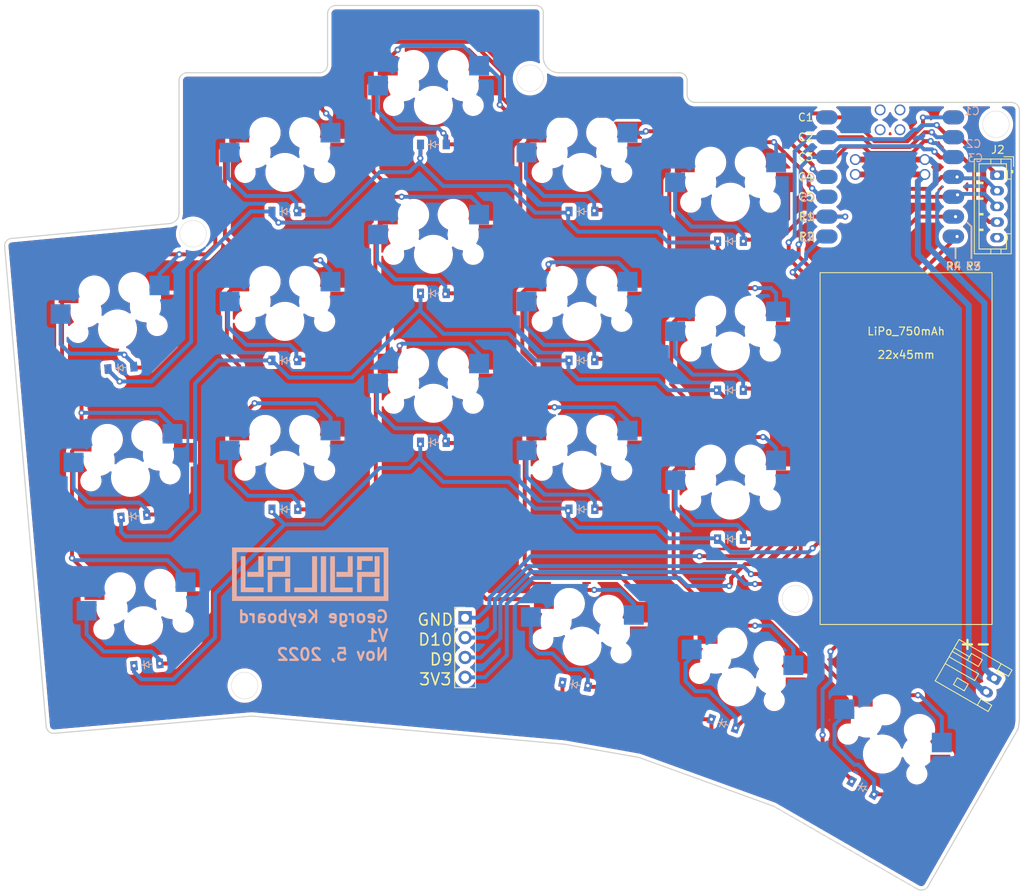
<source format=kicad_pcb>
(kicad_pcb (version 20211014) (generator pcbnew)
  (title_block (title "mine") (rev "v1.0.0") (company "Unknown"))
  (layers (0 "F.Cu" signal) (31 "B.Cu" signal) (34 "B.Paste" user) (35 "F.Paste" user) (36 "B.SilkS" user "B.Silkscreen") (37 "F.SilkS" user "F.Silkscreen") (38 "B.Mask" user) (39 "F.Mask" user) (44 "Edge.Cuts" user))
  (net 0 "")
  (net 1 "pinky_bottom")
  (net 2 "COL_Pink")
  (net 3 "ROW_Bot")
  (net 4 "pinky_home")
  (net 5 "ROW_Home")
  (net 6 "pinky_top")
  (net 7 "ROW_Top")
  (net 8 "ring_bottom")
  (net 9 "COL_Ring")
  (net 10 "ring_home")
  (net 11 "ring_top")
  (net 12 "middle_bottom")
  (net 13 "COL_Midd")
  (net 14 "middle_home")
  (net 15 "middle_top")
  (net 16 "index_bottom")
  (net 17 "COL_Indx")
  (net 18 "index_home")
  (net 19 "index_top")
  (net 20 "inner_bottom")
  (net 21 "COL_Innr")
  (net 22 "inner_home")
  (net 23 "inner_top")
  (net 24 "tucky_thumb_row")
  (net 25 "ROW_Thumb")
  (net 26 "homey_thumb_row")
  (net 27 "reachy_thumb_row")
  (net 28 "GND")
  (net 29 "D10")
  (net 30 "CLK_DIO")
  (net 31 "DIO_CLK")
  (net 32 "RST_GND")
  (net 33 "GND_RST")
  (net 34 "BATP")
  (net 35 "BATN")
  (net 36 "5V")
  (net 37 "3V3")
  (net 38 "D9")
  (footprint "GeorgeKeyboard:MX" (layer "F.Cu") (at 52.54 83.7525)
    (fp_text reference "S4" hide)
    (fp_text value "" hide)
  )
  (footprint "GeorgeKeyboard:MX" (layer "F.Cu") (at 34.453968 103.635814 5)
    (fp_text reference "S1" hide)
    (fp_text value "" hide)
  )
  (footprint "GeorgeKeyboard:MX" (layer "F.Cu") (at 128.973632 120.056406 -30)
    (fp_text reference "S18" hide)
    (fp_text value "" hide)
  )
  (footprint "GeorgeKeyboard:MX" (layer "F.Cu") (at 71.54 37.08)
    (fp_text reference "S9" hide)
    (fp_text value "" hide)
  )
  (footprint "Connector_JST:JST_PH_S2B-PH-K_1x02_P2.00mm_Horizontal" (layer "F.Cu") (at 143.264089 110.362789 -120)
    (fp_text reference "REF**" hide)
    (fp_text value "JST_PH_S2B-PH-K_1x02_P2.00mm_Horizontal" hide)
  )
  (footprint "GeorgeKeyboard:ComboDiode" (layer "F.Cu") (at 109.54 73.5125)
    (fp_text reference "D14" hide)
    (fp_text value "" hide)
  )
  (footprint "GeorgeKeyboard:MX" (layer "F.Cu") (at 109.54 49.4625)
    (fp_text reference "S15" hide)
    (fp_text value "" hide)
  )
  (footprint "GeorgeKeyboard:MX" (layer "F.Cu") (at 90.54 83.7525)
    (fp_text reference "S10" hide)
    (fp_text value "" hide)
  )
  (footprint "GeorgeKeyboard:ComboDiode" (layer "F.Cu") (at 109.54 54.4625)
    (fp_text reference "D15" hide)
    (fp_text value "" hide)
  )
  (footprint "GeorgeKeyboard:MX" (layer "F.Cu") (at 52.54 64.7025)
    (fp_text reference "S5" hide)
    (fp_text value "" hide)
  )
  (footprint "GeorgeKeyboard:XiaoBLE_SMD" (layer "F.Cu") (at 129.957968 46.231814)
    (fp_text reference "MCU1" hide)
    (fp_text value "")
  )
  (footprint "GeorgeKeyboard:PinHeader_1x04_P2.54mm_Vertical" (layer "F.Cu") (at 75.592327 102.619814)
    (fp_text reference "REF**" hide)
    (fp_text value "PinHeader_1x04_P2.54mm_Vertical" hide)
  )
  (footprint "GeorgeKeyboard:ComboDiode" (layer "F.Cu") (at 90.54 50.6525)
    (fp_text reference "D12" hide)
    (fp_text value "" hide)
  )
  (footprint "GeorgeKeyboard:MX" (layer "F.Cu") (at 71.54 75.18)
    (fp_text reference "S7" hide)
    (fp_text value "" hide)
  )
  (footprint "GeorgeKeyboard:MX" (layer "F.Cu") (at 71.54 56.13)
    (fp_text reference "S8" hide)
    (fp_text value "" hide)
  )
  (footprint "GeorgeKeyboard:MX" (layer "F.Cu") (at 109.54 87.5625)
    (fp_text reference "S13" hide)
    (fp_text value "" hide)
  )
  (footprint "GeorgeKeyboard:ComboDiode" (layer "F.Cu") (at 52.54 88.7525)
    (fp_text reference "D4" hide)
    (fp_text value "" hide)
  )
  (footprint "GeorgeKeyboard:MX" (layer "F.Cu") (at 31.133334 65.680796 5)
    (fp_text reference "S3" hide)
    (fp_text value "" hide)
  )
  (footprint "GeorgeKeyboard:ComboDiode" (layer "F.Cu") (at 34.889747 108.616788 5)
    (fp_text reference "D1" hide)
    (fp_text value "" hide)
  )
  (footprint "GeorgeKeyboard:ComboDiode" (layer "F.Cu") (at 90.54 69.7025)
    (fp_text reference "D11" hide)
    (fp_text value "" hide)
  )
  (footprint "GeorgeKeyboard:MX" (layer "F.Cu") (at 109.54 68.5125)
    (fp_text reference "S14" hide)
    (fp_text value "" hide)
  )
  (footprint "GeorgeKeyboard:ComboDiode" (layer "F.Cu") (at 90.54 88.7525)
    (fp_text reference "D10" hide)
    (fp_text value "" hide)
  )
  (footprint "GeorgeKeyboard:ComboDiode" (layer "F.Cu") (at 71.54 80.18)
    (fp_text reference "D7" hide)
    (fp_text value "" hide)
  )
  (footprint "GeorgeKeyboard:ComboDiode" (layer "F.Cu") (at 126.473632 124.386533 -30)
    (fp_text reference "D18" hide)
    (fp_text value "" hide)
  )
  (footprint "GeorgeKeyboard:ComboDiode" (layer "F.Cu") (at 71.54 42.08)
    (fp_text reference "D9" hide)
    (fp_text value "" hide)
  )
  (footprint "GeorgeKeyboard:ComboDiode" (layer "F.Cu") (at 52.54 69.7025)
    (fp_text reference "D5" hide)
    (fp_text value "" hide)
  )
  (footprint "GeorgeKeyboard:ComboDiode" (layer "F.Cu") (at 109.54 92.5625)
    (fp_text reference "D13" hide)
    (fp_text value "" hide)
  )
  (footprint "GeorgeKeyboard:MX" (layer "F.Cu") (at 90.54 45.6525)
    (fp_text reference "S12" hide)
    (fp_text value "" hide)
  )
  (footprint "GeorgeKeyboard:MX" (layer "F.Cu") (at 32.793651 84.658305 5)
    (fp_text reference "S2" hide)
    (fp_text value "" hide)
  )
  (footprint "GeorgeKeyboard:ComboDiode" (layer "F.Cu") (at 71.54 61.13)
    (fp_text reference "D8" hide)
    (fp_text value "" hide)
  )
  (footprint "GeorgeKeyboard:ComboDiode" (layer "F.Cu") (at 108.650558 116.171662 -20)
    (fp_text reference "D17" hide)
    (fp_text value "" hide)
  )
  (footprint "GeorgeKeyboard:ComboDiode" (layer "F.Cu") (at 33.22943 89.639278 5)
    (fp_text reference "D2" hide)
    (fp_text value "" hide)
  )
  (footprint "GeorgeKeyboard:MX" (layer "F.Cu") (at 90.54 106.2525 -10)
    (fp_text reference "S16" hide)
    (fp_text value "" hide)
  )
  (footprint "GeorgeKeyboard:ComboDiode" (layer "F.Cu") (at 52.54 50.6525)
    (fp_text reference "D6" hide)
    (fp_text value "" hide)
  )
  (footprint "GeorgeKeyboard:LiPo_750mAh" (layer "F.Cu") (at 132.005727 80.979014)
    (fp_text reference "BAT**" hide)
    (fp_text value "LiPo_750mAh")
  )
  (footprint "GeorgeKeyboard:MX" (layer "F.Cu") (at 90.54 64.7025)
    (fp_text reference "S11" hide)
    (fp_text value "" hide)
  )
  (footprint "GeorgeKeyboard:JST_PH_B5B-PH-K_1x05_P2.00mm_Vertical" (layer "F.Cu") (at 143.642327 46.003814 -90)
    (fp_text reference "J2")
    (fp_text value "JST_PH_B5B-PH-K_1x05_P2.00mm_Vertical" hide)
  )
  (footprint "GeorgeKeyboard:ComboDiode" (layer "F.Cu") (at 31.569113 70.661769 5)
    (fp_text reference "D3" hide)
    (fp_text value "" hide)
  )
  (footprint "GeorgeKeyboard:ComboDiode" (layer "F.Cu") (at 89.671759 111.176539 -10)
    (fp_text reference "D16" hide)
    (fp_text value "" hide)
  )
  (footprint "GeorgeKeyboard:MX" (layer "F.Cu") (at 52.54 45.6525)
    (fp_text reference "S6" hide)
    (fp_text value "" hide)
  )
  (footprint "GeorgeKeyboard:MX" (layer "F.Cu") (at 110.360659 111.473199 -20)
    (fp_text reference "S17" hide)
    (fp_text value "" hide)
  )
  (footprint "GeorgeKeyboard:Ayilay_20x6" (layer "B.Cu") (at 55.780327 97.031814 180)
    (fp_text reference "G***" hide)
    (fp_text value "LOGO" hide)
  )
  (gr_line (start 140.362327 56.645814) (end 140.362327 52.581814) (layer "B.SilkS") (width 0.2))
  (gr_line (start 140.362327 52.581814) (end 139.854327 52.073814) (layer "B.SilkS") (width 0.2))
  (gr_line (start 138.330327 55.375814) (end 138.330327 56.645814) (layer "B.SilkS") (width 0.2))
  (gr_line (start 138.330327 56.645814) (end 138.330327 55.375814) (layer "F.SilkS") (width 0.2))
  (gr_line (start 140.362327 56.645814) (end 140.362327 52.581814) (layer "F.SilkS") (width 0.2))
  (gr_line (start 140.362327 52.581814) (end 139.854327 52.073814) (layer "F.SilkS") (width 0.2))
  (gr_arc (start 58 25.33) (mid 58.302808 24.623552) (end 59 24.3) (layer "Edge.Cuts") (width 0.15))
  (gr_arc (start 134.8 137) (mid 134.160909 137.43424) (end 133.4 137.3) (layer "Edge.Cuts") (width 0.15))
  (gr_line (start 88.3 118.8) (end 97.85 120.5) (layer "Edge.Cuts") (width 0.15))
  (gr_circle (center 47.4 111.3) (end 49.1 111.3) (layer "Edge.Cuts") (width 0.05) (fill none))
  (gr_arc (start 39 50.8) (mid 38.663931 51.757974) (end 37.75 52.2) (layer "Edge.Cuts") (width 0.15))
  (gr_arc (start 58 31.9) (mid 57.707106 32.607106) (end 57 32.9) (layer "Edge.Cuts") (width 0.15))
  (gr_line (start 134.8 137) (end 146.3 116.9) (layer "Edge.Cuts") (width 0.15))
  (gr_circle (center 83.9 33.6) (end 85.6 33.6) (layer "Edge.Cuts") (width 0.05) (fill none))
  (gr_line (start 88.3 118.8) (end 48.3 115.2) (layer "Edge.Cuts") (width 0.15))
  (gr_line (start 84.7 24.3) (end 59 24.3) (layer "Edge.Cuts") (width 0.15))
  (gr_arc (start 146.5 115.5) (mid 146.442881 116.206126) (end 146.3 116.9) (layer "Edge.Cuts") (width 0.15))
  (gr_arc (start 16.7 55.2) (mid 16.898276 54.444044) (end 17.6 54.1) (layer "Edge.Cuts") (width 0.15))
  (gr_line (start 58 25.33) (end 58 31.9) (layer "Edge.Cuts") (width 0.15))
  (gr_arc (start 103 32.9) (mid 103.712237 33.187763) (end 104 33.9) (layer "Edge.Cuts") (width 0.15))
  (gr_line (start 85.6 31) (end 85.6 25.3) (layer "Edge.Cuts") (width 0.15))
  (gr_line (start 104 35.7) (end 104 33.9) (layer "Edge.Cuts") (width 0.15))
  (gr_line (start 16.7 55.2) (end 22 116.5) (layer "Edge.Cuts") (width 0.15))
  (gr_arc (start 39 33.9) (mid 39.305014 33.205014) (end 40 32.9) (layer "Edge.Cuts") (width 0.15))
  (gr_circle (center 117.842327 100.203814) (end 119.542327 100.203814) (layer "Edge.Cuts") (width 0.05) (fill none))
  (gr_line (start 23.1 117.4) (end 48.3 115.2) (layer "Edge.Cuts") (width 0.15))
  (gr_arc (start 145.47 36.7) (mid 146.192106 36.98668) (end 146.5 37.7) (layer "Edge.Cuts") (width 0.15))
  (gr_line (start 37.75 52.2) (end 17.6 54.1) (layer "Edge.Cuts") (width 0.15))
  (gr_line (start 105.02 36.7) (end 145.47 36.7) (layer "Edge.Cuts") (width 0.15))
  (gr_arc (start 23.1 117.4) (mid 22.362205 117.179527) (end 22 116.5) (layer "Edge.Cuts") (width 0.15))
  (gr_line (start 57 32.9) (end 40 32.9) (layer "Edge.Cuts") (width 0.15))
  (gr_arc (start 84.7 24.3) (mid 85.360749 24.610326) (end 85.6 25.3) (layer "Edge.Cuts") (width 0.15))
  (gr_line (start 146.5 115.5) (end 146.5 37.7) (layer "Edge.Cuts") (width 0.15))
  (gr_circle (center 143.5 39.5) (end 145.2 39.5) (layer "Edge.Cuts") (width 0.05) (fill none))
  (gr_line (start 115.1 126.75) (end 133.4 137.3) (layer "Edge.Cuts") (width 0.15))
  (gr_line (start 97.85 120.5) (end 115.1 126.75) (layer "Edge.Cuts") (width 0.15))
  (gr_arc (start 87.6 32.9) (mid 86.217166 32.352983) (end 85.6 31) (layer "Edge.Cuts") (width 0.15))
  (gr_arc (start 105.02 36.7) (mid 104.300845 36.413338) (end 104 35.7) (layer "Edge.Cuts") (width 0.15))
  (gr_line (start 103 32.9) (end 87.6 32.9) (layer "Edge.Cuts") (width 0.15))
  (gr_line (start 39 33.9) (end 39 50.8) (layer "Edge.Cuts") (width 0.15))
  (gr_circle (center 40.8 53.5) (end 42.5 53.5) (layer "Edge.Cuts") (width 0.05) (fill none))
  (gr_text "C1\n" (at 140.442327 37.803814) (layer "B.SilkS") (effects (font (size 1 1)) (justify mirror)))
  (gr_text "R2" (at 119.407327 53.978814) (layer "B.SilkS") (effects (font (size 1 1)) (justify mirror)))
  (gr_text "C2" (at 140.642327 42.003814) (layer "B.SilkS") (effects (font (size 1 1)) (justify mirror)))
  (gr_text "C3" (at 140.870327 43.818814) (layer "B.SilkS") (effects (font (size 1 1)) (justify mirror)))
  (gr_text "R3" (at 140.616327 57.661814) (layer "B.SilkS") (effects (font (size 1 1)) (justify mirror)))
  (gr_text "C5" (at 119.407327 48.898814) (layer "B.SilkS") (effects (font (size 1 1)) (justify mirror)))
  (gr_text "R4" (at 138.076327 57.661814) (layer "B.SilkS") (effects (font (size 1 1)) (justify mirror)))
  (gr_text "R1" (at 119.407327 51.438814) (layer "B.SilkS") (effects (font (size 1 1)) (justify mirror)))
  (gr_text "C4" (at 119.407327 46.358814) (layer "B.SilkS") (effects (font (size 1 1)) (justify mirror)))
  (gr_text "George Keyboard\nV1\nNov 5, 2022" (at 65.940327 104.905814) (layer "B.SilkS") (effects (font (size 1.5 1.5) (thickness 0.3)) (justify left mirror)))
  (gr_text "+" (at 139.854327 105.921814) (layer "F.SilkS") (effects (font (size 1.5 1.5) (thickness 0.3))))
  (gr_text "R1" (at 119.280327 51.311814) (layer "F.SilkS") (effects (font (size 1 1))))
  (gr_text "C3\n" (at 119.153327 43.691814) (layer "F.SilkS") (effects (font (size 1 1))))
  (gr_text "GND" (at 71.782327 102.873814) (layer "F.SilkS") (effects (font (size 1.5 1.5) (thickness 0.2))))
  (gr_text "C4\n" (at 119.153327 46.231814) (layer "F.SilkS") (effects (font (size 1 1))))
  (gr_text "R4" (at 138.076327 57.661814) (layer "F.SilkS") (effects (font (size 1 1))))
  (gr_text "C1\n" (at 119.153327 38.611814) (layer "F.SilkS") (effects (font (size 1 1))))
  (gr_text "R3" (at 140.616327 57.661814) (layer "F.SilkS") (effects (font (size 1 1))))
  (gr_text "3V3" (at 71.782327 110.493814) (layer "F.SilkS") (effects (font (size 1.5 1.5) (thickness 0.2))))
  (gr_text "C5\n" (at 119.153327 48.771814) (layer "F.SilkS") (effects (font (size 1 1))))
  (gr_text "R2" (at 119.280327 53.851814) (layer "F.SilkS") (effects (font (size 1 1))))
  (gr_text "-" (at 141.886327 105.921814) (layer "F.SilkS") (effects (font (size 1.5 1.5) (thickness 0.3))))
  (gr_text "D10" (at 71.782327 105.413814) (layer "F.SilkS") (effects (font (size 1.5 1.5) (thickness 0.2))))
  (gr_text "C2\n" (at 119.153327 41.151814) (layer "F.SilkS") (effects (font (size 1 1))))
  (gr_text "D9" (at 72.544327 107.953814) (layer "F.SilkS") (effects (font (size 1.5 1.5) (thickness 0.2))))
  (segment (start 38.252801 108.472981) (end 41.290632 105.43515) (width 0.5) (layer "F.Cu") (net 1))
  (segment (start 36.533468 108.472981) (end 38.252801 108.472981) (width 0.5) (layer "F.Cu") (net 1))
  (segment (start 41.290632 105.43515) (end 41.290632 100.487981) (width 0.5) (layer "F.Cu") (net 1))
  (via (at 36.533468 108.472981) (size 0.8) (drill 0.4) (layers "F.Cu" "B.Cu") (net 1))
  (segment (start 29.373968 106.937814) (end 27.174553 104.738399) (width 0.5) (layer "B.Cu") (net 1))
  (segment (start 36.533468 108.001314) (end 35.469968 106.937814) (width 0.5) (layer "B.Cu") (net 1))
  (segment (start 36.533468 108.472981) (end 36.533468 108.001314) (width 0.5) (layer "B.Cu") (net 1))
  (segment (start 35.469968 106.937814) (end 29.373968 106.937814) (width 0.5) (layer "B.Cu") (net 1))
  (segment (start 27.174553 104.738399) (end 27.174553 101.722978) (width 0.5) (layer "B.Cu") (net 1))
  (segment (start 125.503327 38.611814) (end 121.388008 38.611814) (width 0.5) (layer "F.Cu") (net 2))
  (segment (start 84.240158 36.403814) (end 82.242327 36.403814) (width 0.5) (layer "F.Cu") (net 2))
  (segment (start 24.039968 61.960136) (end 24.870813 61.129291) (width 0.5) (layer "F.Cu") (net 2))
  (segment (start 64.623308 28.209814) (end 57.003308 35.829814) (width 0.5) (layer "F.Cu") (net 2))
  (segment (start 26.53113 80.1068) (end 25.309968 81.327962) (width 0.5) (layer "F.Cu") (net 2))
  (segment (start 42.508327 56.137814) (end 39.025968 56.137814) (width 0.5) (layer "F.Cu") (net 2))
  (segment (start 25.309968 81.327962) (end 25.309968 94.999814) (width 0.5) (layer "F.Cu") (net 2))
  (segment (start 24.870813 58.354969) (end 24.870813 61.129291) (width 0.5) (layer "F.Cu") (net 2))
  (segment (start 25.309968 94.999814) (end 28.191447 97.881293) (width 0.5) (layer "F.Cu") (net 2))
  (segment (start 102.304448 36.104294) (end 84.539678 36.104294) (width 0.5) (layer "F.Cu") (net 2))
  (segment (start 28.191447 97.881293) (end 28.191447 99.084309) (width 0.5) (layer "F.Cu") (net 2))
  (segment (start 84.539678 36.104294) (end 84.240158 36.403814) (width 0.5) (layer "F.Cu") (net 2))
  (segment (start 24.039968 71.123814) (end 24.039968 61.960136) (width 0.5) (layer "F.Cu") (net 2))
  (segment (start 27.087968 56.137814) (end 24.870813 58.354969) (width 0.5) (layer "F.Cu") (net 2))
  (segment (start 47.141968 35.829814) (end 42.835968 40.135814) (width 0.5) (layer "F.Cu") (net 2))
  (segment (start 26.53113 73.614976) (end 24.039968 71.123814) (width 0.5) (layer "F.Cu") (net 2))
  (segment (start 43.642327 51.203814) (end 43.642327 55.003814) (width 0.5) (layer "F.Cu") (net 2))
  (segment (start 127.967127 41.659814) (end 126.849527 40.542214) (width 0.5) (layer "F.Cu") (net 2))
  (segment (start 81.049031 32.550739) (end 76.708106 28.209814) (width 0.5) (layer "F.Cu") (net 2))
  (segment (start 81.049031 35.210518) (end 81.049031 32.550739) (width 0.5) (layer "F.Cu") (net 2))
  (segment (start 121.388008 38.611814) (end 120.880008 38.103814) (width 0.5) (layer "F.Cu") (net 2))
  (segment (start 42.835968 50.397455) (end 43.642327 51.203814) (width 0.5) (layer "F.Cu") (net 2))
  (segment (start 126.849527 39.958014) (end 125.503327 38.611814) (width 0.5) (layer "F.Cu") (net 2))
  (segment (start 104.303968 38.103814) (end 102.304448 36.104294) (width 0.5) (layer "F.Cu") (net 2))
  (segment (start 120.880008 38.103814) (end 104.303968 38.103814) (width 0.5) (layer "F.Cu") (net 2))
  (segment (start 39.025968 56.137814) (end 27.087968 56.137814) (width 0.5) (layer "F.Cu") (net 2))
  (segment (start 132.183527 41.659814) (end 127.967127 41.659814) (width 0.5) (layer "F.Cu") (net 2))
  (segment (start 26.53113 80.1068) (end 26.53113 76.408976) (width 0.5) (layer "F.Cu") (net 2))
  (segment (start 42.835968 40.135814) (end 42.835968 50.397455) (width 0.5) (layer "F.Cu") (net 2))
  (segment (start 57.003308 35.829814) (end 47.141968 35.829814) (width 0.5) (layer "F.Cu") (net 2))
  (segment (start 26.53113 76.408976) (end 26.53113 73.614976) (width 0.5) (layer "F.Cu") (net 2))
  (segment (start 134.164727 38.637214) (end 134.164727 39.678614) (width 0.5) (layer "F.Cu") (net 2))
  (segment (start 76.708106 28.209814) (end 64.623308 28.209814) (width 0.5) (layer "F.Cu") (net 2))
  (segment (start 43.642327 55.003814) (end 42.508327 56.137814) (width 0.5) (layer "F.Cu") (net 2))
  (segment (start 134.164727 39.678614) (end 132.183527 41.659814) (width 0.5) (layer "F.Cu") (net 2))
  (segment (start 82.242327 36.403814) (end 81.049031 35.210518) (width 0.5) (layer "F.Cu") (net 2))
  (segment (start 126.849527 40.542214) (end 126.849527 39.958014) (width 0.5) (layer "F.Cu") (net 2))
  (via (at 25.309968 94.999814) (size 0.8) (drill 0.4) (layers "F.Cu" "B.Cu") (net 2))
  (via (at 26.53113 76.408976) (size 0.8) (drill 0.4) (layers "F.Cu" "B.Cu") (net 2))
  (via (at 39.025968 56.137814) (size 0.8) (drill 0.4) (layers "F.Cu" "B.Cu") (net 2))
  (via (at 134.164727 38.637214) (size 0.8) (drill 0.4) (layers "F.Cu" "B.Cu") (net 2))
  (segment (start 36.510352 60.110963) (end 36.510352 58.65343) (width 0.5) (layer "B.Cu") (net 2))
  (segment (start 36.510352 58.65343) (end 39.025968 56.137814) (width 0.5) (layer "B.Cu") (net 2))
  (segment (start 36.43713 76.408976) (end 26.53113 76.408976) (width 0.5) (layer "B.Cu") (net 2))
  (segment (start 134.164727 38.637214) (end 134.190127 38.611814) (width 0.5) (layer "B.Cu") (net 2))
  (segment (start 38.170669 79.088472) (end 38.170669 78.142515) (width 0.5) (layer "B.Cu") (net 2))
  (segment (start 25.563968 95.253814) (end 25.309968 94.999814) (width 0.5) (layer "B.Cu") (net 2))
  (segment (start 39.830986 97.582832) (end 37.501968 95.253814) (width 0.5) (layer "B.Cu") (net 2))
  (segment (start 134.190127 38.611814) (end 138.527928 38.611814) (width 0.5) (layer "B.Cu") (net 2))
  (segment (start 39.830986 98.065981) (end 39.830986 97.582832) (width 0.5) (layer "B.Cu") (net 2))
  (segment (start 38.170669 78.142515) (end 36.43713 76.408976) (width 0.5) (layer "B.Cu") (net 2))
  (segment (start 37.501968 95.253814) (end 25.563968 95.253814) (width 0.5) (layer "B.Cu") (net 2))
  (segment (start 120.042327 93.729814) (end 123.535847 90.236294) (width 0.5) (layer "F.Cu") (net 3))
  (segment (start 107.89 92.743846) (end 107.89 92.5625) (width 0.5) (layer "F.Cu") (net 3))
  (segment (start 133.504327 51.311814) (end 138.330327 51.311814) (width 0.5) (layer "F.Cu") (net 3))
  (segment (start 138.330327 51.311814) (end 138.527928 51.311814) (width 0.5) (layer "F.Cu") (net 3))
  (segment (start 123.535847 90.236294) (end 123.535847 61.280294) (width 0.5) (layer "F.Cu") (net 3))
  (segment (start 123.535847 61.280294) (end 133.504327 51.311814) (width 0.5) (layer "F.Cu") (net 3))
  (via (at 50.859968 89.053814) (size 0.8) (drill 0.4) (layers "F.Cu" "B.Cu") (net 3))
  (via (at 120.042327 93.729814) (size 0.8) (drill 0.4) (layers "F.Cu" "B.Cu") (net 3))
  (via (at 69.859968 80.412173) (size 0.8) (drill 0.4) (layers "F.Cu" "B.Cu") (net 3))
  (via (at 88.779936 88.924205) (size 0.8) (drill 0.4) (layers "F.Cu" "B.Cu") (net 3))
  (via (at 33.246026 108.760595) (size 0.8) (drill 0.4) (layers "F.Cu" "B.Cu") (net 3))
  (via (at 138.330327 51.311814) (size 0.8) (drill 0.4) (layers "F.Cu" "B.Cu") (net 3))
  (via (at 107.850327 92.459814) (size 0.8) (drill 0.4) (layers "F.Cu" "B.Cu") (net 3))
  (segment (start 38.263968 110.493814) (end 43.597968 105.159814) (width 0.5) (layer "B.Cu") (net 3))
  (segment (start 34.199968 110.493814) (end 38.263968 110.493814) (width 0.5) (layer "B.Cu") (net 3))
  (segment (start 120.042327 93.729814) (end 119.534327 94.237814) (width 0.5) (layer "B.Cu") (net 3))
  (segment (start 69.859968 80.412173) (end 69.859968 80.077314) (width 0.5) (layer "B.Cu") (net 3))
  (segment (start 50.859968 88.649814) (end 50.859968 89.053814) (width 0.5) (layer "B.Cu") (net 3))
  (segment (start 33.246026 108.760595) (end 33.246026 109.539872) (width 0.5) (layer "B.Cu") (net 3))
  (segment (start 33.246026 109.539872) (end 34.199968 110.493814) (width 0.5) (layer "B.Cu") (net 3))
  (segment (start 119.534327 94.237814) (end 109.565314 94.237814) (width 0.5) (layer "B.Cu") (net 3))
  (segment (start 107.859968 92.459814) (end 107.850327 92.459814) (width 0.5) (layer "B.Cu") (net 3))
  (segment (start 69.859968 82.32716) (end 69.859968 82.067096) (width 0.5) (layer "B.Cu") (net 3))
  (segment (start 109.565314 94.237814) (end 107.89 92.5625) (width 0.5) (layer "B.Cu") (net 3))
  (segment (start 88.779936 88.729846) (end 88.859968 88.649814) (width 0.5) (layer "B.Cu") (net 3))
  (segment (start 64.649936 83.467128) (end 68.459936 83.467128) (width 0.5) (layer "B.Cu") (net 3))
  (segment (start 52.487968 90.681814) (end 57.43525 90.681814) (width 0.5) (layer "B.Cu") (net 3))
  (segment (start 43.597968 99.571814) (end 52.487968 90.681814) (width 0.5) (layer "B.Cu") (net 3))
  (segment (start 81.159936 85.245128) (end 72.777936 85.245128) (width 0.5) (layer "B.Cu") (net 3))
  (segment (start 88.859968 88.649814) (end 84.564622 88.649814) (width 0.5) (layer "B.Cu") (net 3))
  (segment (start 88.779936 88.924205) (end 88.779936 88.729846) (width 0.5) (layer "B.Cu") (net 3))
  (segment (start 69.859968 82.067096) (end 69.859968 80.412173) (width 0.5) (layer "B.Cu") (net 3))
  (segment (start 101.582622 92.459814) (end 100.209936 91.087128) (width 0.5) (layer "B.Cu") (net 3))
  (segment (start 50.859968 89.053814) (end 52.487968 90.681814) (width 0.5) (layer "B.Cu") (net 3))
  (segment (start 84.564622 88.649814) (end 81.159936 85.245128) (width 0.5) (layer "B.Cu") (net 3))
  (segment (start 100.209936 91.087128) (end 90.049936 91.087128) (width 0.5) (layer "B.Cu") (net 3))
  (segment (start 88.779936 89.817128) (end 88.779936 88.924205) (width 0.5) (layer "B.Cu") (net 3))
  (segment (start 107.850327 92.459814) (end 101.582622 92.459814) (width 0.5) (layer "B.Cu") (net 3))
  (segment (start 43.597968 105.159814) (end 43.597968 99.571814) (width 0.5) (layer "B.Cu") (net 3))
  (segment (start 90.049936 91.087128) (end 88.779936 89.817128) (width 0.5) (layer "B.Cu") (net 3))
  (segment (start 72.777936 85.245128) (end 69.859968 82.32716) (width 0.5) (layer "B.Cu") (net 3))
  (segment (start 57.43525 90.681814) (end 64.649936 83.467128) (width 0.5) (layer "B.Cu") (net 3))
  (segment (start 68.459936 83.467128) (end 69.859968 82.067096) (width 0.5) (layer "B.Cu") (net 3))
  (segment (start 34.961968 89.411814) (end 36.681301 89.411814) (width 0.5) (layer "F.Cu") (net 4))
  (segment (start 39.719132 86.373983) (end 39.719132 81.426814) (width 0.5) (layer "F.Cu") (net 4))
  (segment (start 36.681301 89.411814) (end 39.719132 86.373983) (width 0.5) (layer "F.Cu") (net 4))
  (via (at 34.873151 89.495471) (size 0.8) (drill 0.4) (layers "F.Cu" "B.Cu") (net 4))
  (segment (start 33.945968 87.887814) (end 27.341968 87.887814) (width 0.5) (layer "B.Cu") (net 4))
  (segment (start 34.873151 88.814997) (end 33.945968 87.887814) (width 0.5) (layer "B.Cu") (net 4))
  (segment (start 34.873151 89.495471) (end 34.873151 88.814997) (width 0.5) (layer "B.Cu") (net 4))
  (segment (start 27.341968 87.887814) (end 25.514236 86.060082) (width 0.5) (layer "B.Cu") (net 4))
  (segment (start 25.514236 86.060082) (end 25.514236 82.745469) (width 0.5) (layer "B.Cu") (net 4))
  (segment (start 115.733968 75.441814) (end 109.819314 75.441814) (width 0.5) (layer "F.Cu") (net 5))
  (segment (start 118.772327 72.403455) (end 115.733968 75.441814) (width 0.5) (layer "F.Cu") (net 5))
  (segment (start 117.502327 58.423814) (end 118.772327 59.693814) (width 0.5) (layer "F.Cu") (net 5))
  (segment (start 109.819314 75.441814) (end 107.89 73.5125) (width 0.5) (layer "F.Cu") (net 5))
  (segment (start 118.772327 59.693814) (end 118.772327 72.403455) (width 0.5) (layer "F.Cu") (net 5))
  (via (at 31.585709 89.783085) (size 0.8) (drill 0.4) (layers "F.Cu" "B.Cu") (net 5))
  (via (at 50.597641 69.7025) (size 0.8) (drill 0.4) (layers "F.Cu" "B.Cu") (net 5))
  (via (at 88.89 69.7025) (size 0.8) (drill 0.4) (layers "F.Cu" "B.Cu") (net 5))
  (via (at 117.502327 58.423814) (size 0.8) (drill 0.4) (layers "F.Cu" "B.Cu") (net 5))
  (via (at 69.89 61.13) (size 0.8) (drill 0.4) (layers "F.Cu" "B.Cu") (net 5))
  (via (at 107.747641 73.5125) (size 0.8) (drill 0.4) (layers "F.Cu" "B.Cu") (net 5))
  (segment (start 101.612654 73.5125) (end 100.239968 72.139814) (width 0.5) (layer "B.Cu") (net 5))
  (segment (start 53.073314 71.885814) (end 61.123968 71.885814) (width 0.5) (layer "B.Cu") (net 5))
  (segment (start 69.89 63.119782) (end 69.89 61.13) (width 0.5) (layer "B.Cu") (net 5))
  (segment (start 90.079968 72.139814) (end 88.809968 70.869814) (width 0.5) (layer "B.Cu") (net 5))
  (segment (start 69.89 63.379846) (end 69.89 63.119782) (width 0.5) (layer "B.Cu") (net 5))
  (segment (start 50.89 69.7025) (end 53.073314 71.885814) (width 0.5) (layer "B.Cu") (net 5))
  (segment (start 88.809968 69.782532) (end 88.89 69.7025) (width 0.5) (layer "B.Cu") (net 5))
  (segment (start 121.388008 53.851814) (end 119.218327 56.021495) (width 0.5) (layer "B.Cu") (net 5))
  (segment (start 107.747641 73.5125) (end 101.612654 73.5125) (width 0.5) (layer "B.Cu") (net 5))
  (segment (start 41.057968 88.903814) (end 37.755968 92.205814) (width 0.5) (layer "B.Cu") (net 5))
  (segment (start 50.89 69.7025) (end 50.597641 69.7025) (width 0.5) (layer "B.Cu") (net 5))
  (segment (start 44.003282 69.7025) (end 41.057968 72.647814) (width 0.5) (layer "B.Cu") (net 5))
  (segment (start 100.239968 72.139814) (end 90.079968 72.139814) (width 0.5) (layer "B.Cu") (net 5))
  (segment (start 41.057968 72.647814) (end 41.057968 88.903814) (width 0.5) (layer "B.Cu") (net 5))
  (segment (start 32.167968 92.205814) (end 31.585709 91.623555) (width 0.5) (layer "B.Cu") (net 5))
  (segment (start 72.807968 66.297814) (end 69.89 63.379846) (width 0.5) (layer "B.Cu") (net 5))
  (segment (start 31.585709 91.623555) (end 31.585709 89.783085) (width 0.5) (layer "B.Cu") (net 5))
  (segment (start 88.89 69.7025) (end 84.594654 69.7025) (width 0.5) (layer "B.Cu") (net 5))
  (segment (start 81.189968 66.297814) (end 72.807968 66.297814) (width 0.5) (layer "B.Cu") (net 5))
  (segment (start 37.755968 92.205814) (end 32.167968 92.205814) (width 0.5) (layer "B.Cu") (net 5))
  (segment (start 119.218327 56.021495) (end 119.218327 56.707814) (width 0.5) (layer "B.Cu") (net 5))
  (segment (start 61.123968 71.885814) (end 69.89 63.119782) (width 0.5) (layer "B.Cu") (net 5))
  (segment (start 50.597641 69.7025) (end 44.003282 69.7025) (width 0.5) (layer "B.Cu") (net 5))
  (segment (start 119.218327 56.707814) (end 117.502327 58.423814) (width 0.5) (layer "B.Cu") (net 5))
  (segment (start 88.809968 70.869814) (end 88.809968 69.782532) (width 0.5) (layer "B.Cu") (net 5))
  (segment (start 107.89 73.5125) (end 107.747641 73.5125) (width 0.5) (layer "B.Cu") (net 5))
  (segment (start 84.594654 69.7025) (end 81.189968 66.297814) (width 0.5) (layer "B.Cu") (net 5))
  (segment (start 38.195132 67.577983) (end 38.195132 62.630814) (width 0.5) (layer "F.Cu") (net 6))
  (segment (start 33.212834 70.196573) (end 32.006563 68.990302) (width 0.5) (layer "F.Cu") (net 6))
  (segment (start 35.157301 70.615814) (end 38.195132 67.577983) (width 0.5) (layer "F.Cu") (net 6))
  (segment (start 33.437968 70.615814) (end 35.157301 70.615814) (width 0.5) (layer "F.Cu") (net 6))
  (segment (start 33.212834 70.517962) (end 33.212834 70.196573) (width 0.5) (layer "F.Cu") (net 6))
  (via (at 32.006563 68.990302) (size 0.8) (drill 0.4) (layers "F.Cu" "B.Cu") (net 6))
  (segment (start 23.853919 67.635765) (end 23.853919 63.76796) (width 0.5) (layer "B.Cu") (net 6))
  (segment (start 31.913968 68.837814) (end 25.055968 68.837814) (width 0.5) (layer "B.Cu") (net 6))
  (segment (start 33.212834 70.517962) (end 33.212834 70.13668) (width 0.5) (layer "B.Cu") (net 6))
  (segment (start 32.006563 68.990302) (end 31.913968 68.837814) (width 0.5) (layer "B.Cu") (net 6))
  (segment (start 25.055968 68.837814) (end 23.853919 67.635765) (width 0.5) (layer "B.Cu") (net 6))
  (segment (start 33.212834 70.13668) (end 32.006563 68.990302) (width 0.5) (layer "B.Cu") (net 6))
  (segment (start 121.388008 51.311814) (end 118.772327 51.311814) (width 0.5) (layer "F.Cu") (net 7))
  (segment (start 50.89 50.6525) (end 50.89 51.237846) (width 0.5) (layer "F.Cu") (net 7))
  (segment (start 29.925392 70.805576) (end 29.925392 70.913238) (width 0.5) (layer "F.Cu") (net 7))
  (segment (start 69.89 43.815782) (end 69.859968 43.845814) (width 0.5) (layer "F.Cu") (net 7))
  (segment (start 50.89 51.237846) (end 51.725968 52.073814) (width 0.5) (layer "F.Cu") (net 7))
  (segment (start 121.388008 51.311814) (end 124.207927 51.311814) (width 0.5) (layer "F.Cu") (net 7))
  (segment (start 69.89 42.08) (end 69.89 43.815782) (width 0.5) (layer "F.Cu") (net 7))
  (segment (start 29.925392 70.913238) (end 31.405968 72.393814) (width 0.5) (layer "F.Cu") (net 7))
  (segment (start 113.946327 56.137814) (end 108.621968 56.137814) (width 0.5) (layer "F.Cu") (net 7))
  (segment (start 107.89 55.405846) (end 107.89 54.4625) (width 0.5) (layer "F.Cu") (net 7))
  (segment (start 118.772327 51.311814) (end 113.946327 56.137814) (width 0.5) (layer "F.Cu") (net 7))
  (segment (start 108.621968 56.137814) (end 107.89 55.405846) (width 0.5) (layer "F.Cu") (net 7))
  (via (at 51.725968 52.073814) (size 0.8) (drill 0.4) (layers "F.Cu" "B.Cu") (net 7))
  (via (at 69.859968 43.845814) (size 0.8) (drill 0.4) (layers "F.Cu" "B.Cu") (net 7))
  (via (at 124.207927 51.311814) (size 0.8) (drill 0.4) (layers "F.Cu" "B.Cu") (net 7))
  (via (at 31.405968 72.393814) (size 0.8) (drill 0.4) (layers "F.Cu" "B.Cu") (net 7))
  (via (at 88.800327 50.803814) (size 0.8) (drill 0.4) (layers "F.Cu" "B.Cu") (net 7))
  (via (at 107.89 54.4625) (size 0.8) (drill 0.4) (layers "F.Cu" "B.Cu") (net 7))
  (segment (start 40.549968 67.313814) (end 35.469968 72.393814) (width 0.5) (layer "B.Cu") (net 7))
  (segment (start 72.777936 47.399128) (end 69.859968 44.48116) (width 0.5) (layer "B.Cu") (net 7))
  (segment (start 40.549968 58.296173) (end 40.549968 67.313814) (width 0.5) (layer "B.Cu") (net 7))
  (segment (start 88.779936 50.883846) (end 88.859968 50.803814) (width 0.5) (layer "B.Cu") (net 7))
  (segment (start 69.859968 44.48116) (end 69.859968 44.221096) (width 0.5) (layer "B.Cu") (net 7))
  (segment (start 90.049936 53.241128) (end 88.779936 51.971128) (width 0.5) (layer "B.Cu") (net 7))
  (segment (start 50.859968 50.803814) (end 50.859968 51.207814) (width 0.5) (layer "B.Cu") (net 7))
  (segment (start 101.582622 54.613814) (end 100.209936 53.241128) (width 0.5) (layer "B.Cu") (net 7))
  (segment (start 107.859968 54.613814) (end 101.582622 54.613814) (width 0.5) (layer "B.Cu") (net 7))
  (segment (start 100.209936 53.241128) (end 90.049936 53.241128) (width 0.5) (layer "B.Cu") (net 7))
  (segment (start 50.859968 51.207814) (end 51.725968 52.073814) (width 0.5) (layer "B.Cu") (net 7))
  (segment (start 69.859968 44.221096) (end 69.859968 43.845814) (width 0.5) (layer "B.Cu") (net 7))
  (segment (start 81.159936 47.399128) (end 72.777936 47.399128) (width 0.5) (layer "B.Cu") (net 7))
  (segment (start 68.459936 45.621128) (end 69.859968 44.221096) (width 0.5) (layer "B.Cu") (net 7))
  (segment (start 84.564622 50.803814) (end 81.159936 47.399128) (width 0.5) (layer "B.Cu") (net 7))
  (segment (start 64.649936 45.621128) (end 68.459936 45.621128) (width 0.5) (layer "B.Cu") (net 7))
  (segment (start 88.779936 51.971128) (end 88.779936 50.883846) (width 0.5) (layer "B.Cu") (net 7))
  (segment (start 58.19725 52.073814) (end 64.649936 45.621128) (width 0.5) (layer "B.Cu") (net 7))
  (segment (start 48.193641 50.6525) (end 40.549968 58.296173) (width 0.5) (layer "B.Cu") (net 7))
  (segment (start 51.725968 52.073814) (end 58.19725 52.073814) (width 0.5) (layer "B.Cu") (net 7))
  (segment (start 69.859968 43.845814) (end 69.859968 42.231314) (width 0.5) (layer "B.Cu") (net 7))
  (segment (start 29.925392 70.913238) (end 29.925392 70.805576) (width 0.5) (layer "B.Cu") (net 7))
  (segment (start 50.89 50.6525) (end 48.193641 50.6525) (width 0.5) (layer "B.Cu") (net 7))
  (segment (start 31.405968 72.393814) (end 29.925392 70.913238) (width 0.5) (layer "B.Cu") (net 7))
  (segment (start 124.207927 51.311814) (end 121.388008 51.311814) (width 0.5) (layer "B.Cu") (net 7))
  (segment (start 88.859968 50.803814) (end 88.800327 50.803814) (width 0.5) (layer "B.Cu") (net 7))
  (segment (start 35.469968 72.393814) (end 31.405968 72.393814) (width 0.5) (layer "B.Cu") (net 7))
  (segment (start 88.800327 50.803814) (end 84.564622 50.803814) (width 0.5) (layer "B.Cu") (net 7))
  (segment (start 56.957282 88.7525) (end 59.625 86.084782) (width 0.5) (layer "F.Cu") (net 8))
  (segment (start 54.19 88.7525) (end 56.957282 88.7525) (width 0.5) (layer "F.Cu") (net 8))
  (segment (start 59.625 86.084782) (end 59.625 81.2125) (width 0.5) (layer "F.Cu") (net 8))
  (via (at 54.19 88.7525) (size 0.8) (drill 0.4) (layers "F.Cu" "B.Cu") (net 8))
  (segment (start 47.837936 87.023128) (end 45.530968 84.71616) (width 0.5) (layer "B.Cu") (net 8))
  (segment (start 53.425936 87.023128) (end 47.837936 87.023128) (width 0.5) (layer "B.Cu") (net 8))
  (segment (start 45.530968 84.71616) (end 45.530968 81.363814) (width 0.5) (layer "B.Cu") (net 8))
  (segment (start 54.265968 88.903814) (end 54.265968 87.86316) (width 0.5) (layer "B.Cu") (net 8))
  (segment (start 54.265968 87.86316) (end 53.425936 87.023128) (width 0.5) (layer "B.Cu") (net 8))
  (segment (start 46.698 59.641782) (end 45.121968 61.217814) (width 0.5) (layer "F.Cu") (net 9))
  (segment (start 103.993308 38.853814) (end 101.943308 36.803814) (width 0.5) (layer "F.Cu") (net 9))
  (segment (start 46.698 55.681846) (end 46.698 59.6225) (width 0.5) (layer "F.Cu") (net 9))
  (segment (start 101.943308 36.803814) (end 84.829428 36.803814) (width 0.5) (layer "F.Cu") (net 9))
  (segment (start 82.042327 37.803814) (end 80.891838 36.653325) (width 0.5) (layer "F.Cu") (net 9))
  (segment (start 134.387187 40.516814) (end 132.494187 42.409814) (width 0.5) (layer "F.Cu") (net 9))
  (segment (start 46.698 40.5725) (end 46.698 41.099782) (width 0.5) (layer "F.Cu") (net 9))
  (segment (start 57.059968 56.899814) (end 49.420686 56.899814) (width 0.5) (layer "F.Cu") (net 9))
  (segment (start 57.821968 38.103814) (end 57.313968 37.595814) (width 0.5) (layer "F.Cu") (net 9))
  (segment (start 121.388008 41.151814) (end 119.080628 41.151814) (width 0.5) (layer "F.Cu") (net 9))
  (segment (start 80.349511 36.110998) (end 80.349511 32.840489) (width 0.5) (layer "F.Cu") (net 9))
  (segment (start 80.891838 36.651934) (end 80.394207 36.154303) (width 0.5) (layer "F.Cu") (net 9))
  (segment (start 80.394207 36.154303) (end 80.392816 36.154303) (width 0.5) (layer "F.Cu") (net 9))
  (segment (start 49.420686 56.899814) (end 46.698 59.6225) (width 0.5) (layer "F.Cu") (net 9))
  (segment (start 45.121968 61.217814) (end 45.121968 68.837814) (width 0.5) (layer "F.Cu") (net 9))
  (segment (start 44.867968 42.929814) (end 44.867968 53.851814) (width 0.5) (layer "F.Cu") (net 9))
  (segment (start 46.698 38.305782) (end 46.698 40.5725) (width 0.5) (layer "F.Cu") (net 9))
  (segment (start 135.282327 40.516814) (end 134.387187 40.516814) (width 0.5) (layer "F.Cu") (net 9))
  (segment (start 44.867968 53.851814) (end 46.698 55.681846) (width 0.5) (layer "F.Cu") (net 9))
  (segment (start 116.782628 38.853814) (end 103.993308 38.853814) (width 0.5) (layer "F.Cu") (net 9))
  (segment (start 132.494187 42.409814) (end 127.656467 42.409814) (width 0.5) (layer "F.Cu") (net 9))
  (segment (start 126.398467 41.151814) (end 121.388008 41.151814) (width 0.5) (layer "F.Cu") (net 9))
  (segment (start 80.891838 36.653325) (end 80.891838 36.651934) (width 0.5) (layer "F.Cu") (net 9))
  (segment (start 46.698 77.158141) (end 48.668327 75.187814) (width 0.5) (layer "F.Cu") (net 9))
  (segment (start 46.698 70.413846) (end 46.698 78.6725) (width 0.5) (layer "F.Cu") (net 9))
  (segment (start 46.698 78.6725) (end 46.698 77.158141) (width 0.5) (layer "F.Cu") (net 9))
  (segment (start 83.829428 37.803814) (end 82.042327 37.803814) (width 0.5) (layer "F.Cu") (net 9))
  (segment (start 64.933968 28.959814) (end 57.313968 36.579814) (width 0.5) (layer "F.Cu") (net 9))
  (segment (start 57.313968 37.595814) (end 57.313968 36.579814) (width 0.5) (layer "F.Cu") (net 9))
  (segment (start 46.698 59.6225) (end 46.698 59.641782) (width 0.5) (layer "F.Cu") (net 9))
  (segment (start 45.121968 68.837814) (end 46.698 70.413846) (width 0.5) (layer "F.Cu") (net 9))
  (segment (start 84.829428 36.803814) (end 83.829428 37.803814) (width 0.5) (layer "F.Cu") (net 9))
  (segment (start 80.349511 32.840489) (end 76.468836 28.959814) (width 0.5) (layer "F.Cu") (net 9))
  (segment (start 80.392816 36.154303) (end 80.349511 36.110998) (width 0.5) (layer "F.Cu") (net 9))
  (segment (start 76.468836 28.959814) (end 64.933968 28.959814) (width 0.5) (layer "F.Cu") (net 9))
  (segment (start 127.656467 42.409814) (end 126.398467 41.151814) (width 0.5) (layer "F.Cu") (net 9))
  (segment (start 48.423968 36.579814) (end 46.698 38.305782) (width 0.5) (layer "F.Cu") (net 9))
  (segment (start 57.313968 36.579814) (end 48.423968 36.579814) (width 0.5) (layer "F.Cu") (net 9))
  (segment (start 119.080628 41.151814) (end 116.782628 38.853814) (width 0.5) (layer "F.Cu") (net 9))
  (segment (start 46.698 41.099782) (end 44.867968 42.929814) (width 0.5) (layer "F.Cu") (net 9))
  (via (at 135.282327 40.516814) (size 0.8) (drill 0.4) (layers "F.Cu" "B.Cu") (net 9))
  (via (at 57.059968 56.899814) (size 0.8) (drill 0.4) (layers "F.Cu" "B.Cu") (net 9))
  (via (at 48.668327 75.187814) (size 0.8) (drill 0.4) (layers "F.Cu" "B.Cu") (net 9))
  (via (at 57.821968 38.103814) (size 0.8) (drill 0.4) (layers "F.Cu" "B.Cu") (net 9))
  (segment (start 58.382 77.027487) (end 58.382 78.6725) (width 0.5) (layer "B.Cu") (net 9))
  (segment (start 58.382 38.663846) (end 57.821968 38.103814) (width 0.5) (layer "B.Cu") (net 9))
  (segment (start 57.059968 56.899814) (end 58.382 58.221846) (width 0.5) (layer "B.Cu") (net 9))
  (segment (start 48.668327 75.187814) (end 56.542327 75.187814) (width 0.5) (layer "B.Cu") (net 9))
  (segment (start 56.542327 75.187814) (end 58.382 77.027487) (width 0.5) (layer "B.Cu") (net 9))
  (segment (start 135.917327 41.151814) (end 138.527928 41.151814) (width 0.5) (layer "B.Cu") (net 9))
  (segment (start 58.382 40.5725) (end 58.382 38.663846) (width 0.5) (layer "B.Cu") (net 9))
  (segment (start 58.382 58.221846) (end 58.382 59.6225) (width 0.5) (layer "B.Cu") (net 9))
  (segment (start 135.282327 40.516814) (end 135.917327 41.151814) (width 0.5) (layer "B.Cu") (net 9))
  (segment (start 57.03325 69.599814) (end 59.700968 66.932096) (width 0.5) (layer "F.Cu") (net 10))
  (segment (start 59.700968 66.932096) (end 59.700968 62.059814) (width 0.5) (layer "F.Cu") (net 10))
  (segment (start 54.265968 69.599814) (end 57.03325 69.599814) (width 0.5) (layer "F.Cu") (net 10))
  (via (at 54.011968 69.599814) (size 0.8) (drill 0.4) (layers "F.Cu" "B.Cu") (net 10))
  (segment (start 47.583936 67.719128) (end 45.276968 65.41216) (width 0.5) (layer "B.Cu") (net 10))
  (segment (start 45.276968 65.41216) (end 45.276968 62.059814) (width 0.5) (layer "B.Cu") (net 10))
  (segment (start 54.011968 68.55916) (end 53.171936 67.719128) (width 0.5) (layer "B.Cu") (net 10))
  (segment (start 54.011968 69.599814) (end 54.011968 68.55916) (width 0.5) (layer "B.Cu") (net 10))
  (segment (start 53.171936 67.719128) (end 47.583936 67.719128) (width 0.5) (layer "B.Cu") (net 10))
  (segment (start 57.03325 50.549814) (end 59.700968 47.882096) (width 0.5) (layer "F.Cu") (net 11))
  (segment (start 59.700968 47.882096) (end 59.700968 43.009814) (width 0.5) (layer "F.Cu") (net 11))
  (segment (start 54.265968 50.549814) (end 57.03325 50.549814) (width 0.5) (layer "F.Cu") (net 11))
  (via (at 54.011968 50.549814) (size 0.8) (drill 0.4) (layers "F.Cu" "B.Cu") (net 11))
  (segment (start 53.171936 48.669128) (end 47.583936 48.669128) (width 0.5) (layer "B.Cu") (net 11))
  (segment (start 54.011968 50.549814) (end 54.011968 49.50916) (width 0.5) (layer "B.Cu") (net 11))
  (segment (start 47.583936 48.669128) (end 45.276968 46.36216) (width 0.5) (layer "B.Cu") (net 11))
  (segment (start 45.276968 46.36216) (end 45.276968 43.009814) (width 0.5) (layer "B.Cu") (net 11))
  (segment (start 54.011968 49.50916) (end 53.171936 48.669128) (width 0.5) (layer "B.Cu") (net 11))
  (segment (start 78.750968 77.600096) (end 78.750968 72.727814) (width 0.5) (layer "F.Cu") (net 12))
  (segment (start 76.08325 80.267814) (end 78.750968 77.600096) (width 0.5) (layer "F.Cu") (net 12))
  (segment (start 73.315968 80.267814) (end 76.08325 80.267814) (width 0.5) (layer "F.Cu") (net 12))
  (via (at 73.061968 80.004173) (size 0.8) (drill 0.4) (layers "F.Cu" "B.Cu") (net 12))
  (segment (start 73.061968 80.267814) (end 73.061968 80.004173) (width 0.5) (layer "B.Cu") (net 12))
  (segment (start 72.221936 78.387128) (end 66.633936 78.387128) (width 0.5) (layer "B.Cu") (net 12))
  (segment (start 73.061968 80.004173) (end 73.061968 79.22716) (width 0.5) (layer "B.Cu") (net 12))
  (segment (start 64.326968 76.08016) (end 64.326968 72.727814) (width 0.5) (layer "B.Cu") (net 12))
  (segment (start 73.061968 79.22716) (end 72.221936 78.387128) (width 0.5) (layer "B.Cu") (net 12))
  (segment (start 66.633936 78.387128) (end 64.326968 76.08016) (width 0.5) (layer "B.Cu") (net 12))
  (segment (start 67.473968 48.771814) (end 65.698 48.771814) (width 0.5) (layer "F.Cu") (net 13))
  (segment (start 87.348296 98.555814) (end 85.668886 100.235224) (width 0.5) (layer "F.Cu") (net 13))
  (segment (start 67.219968 68.578032) (end 65.698 70.1) (width 0.5) (layer "F.Cu") (net 13))
  (segment (start 78.297378 100.235224) (end 64.171968 86.109814) (width 0.5) (layer "F.Cu") (net 13))
  (segment (start 64.171968 86.109814) (end 64.171968 72.393814) (width 0.5) (layer "F.Cu") (net 13))
  (segment (start 65.695968 62.10316) (end 65.695968 70.361814) (width 0.5) (layer "F.Cu") (net 13))
  (segment (start 65.695968 32.789096) (end 63.865936 34.619128) (width 0.5) (layer "F.Cu") (net 13))
  (segment (start 64.119936 52.907128) (end 64.119936 60.527128) (width 0.5) (layer "F.Cu") (net 13))
  (segment (start 65.695968 51.311814) (end 65.695968 51.331096) (width 0.5) (layer "F.Cu") (net 13))
  (segment (start 89.825968 98.555814) (end 87.348296 98.555814) (width 0.5) (layer "F.Cu") (net 13))
  (segment (start 83.818698 38.803814) (end 85.018698 37.603814) (width 0.5) (layer "F.Cu") (net 13))
  (segment (start 80.042327 37.003814) (end 81.842327 38.803814) (width 0.5) (layer "F.Cu") (net 13))
  (segment (start 134.316504 41.648157) (end 132.804847 43.159814) (width 0.5) (layer "F.Cu") (net 13))
  (segment (start 90.333968 99.063814) (end 89.825968 98.555814) (width 0.5) (layer "F.Cu") (net 13))
  (segment (start 65.695968 51.331096) (end 64.119936 52.907128) (width 0.5) (layer "F.Cu") (net 13))
  (segment (start 126.557007 42.371014) (end 124.385727 42.371014) (width 0.5) (layer "F.Cu") (net 13))
  (segment (start 64.119936 60.527128) (end 65.695968 62.10316) (width 0.5) (layer "F.Cu") (net 13))
  (segment (start 85.668886 100.235224) (end 78.297378 100.235224) (width 0.5) (layer "F.Cu") (net 13))
  (segment (start 132.804847 43.159814) (end 127.345807 43.159814) (width 0.5) (layer "F.Cu") (net 13))
  (segment (start 65.695968 32.261814) (end 65.695968 32.789096) (width 0.5) (layer "F.Cu") (net 13))
  (segment (start 124.385727 42.371014) (end 123.064927 43.691814) (width 0.5) (layer "F.Cu") (net 13))
  (segment (start 65.698 70.867782) (end 65.698 70.1) (width 0.5) (layer "F.Cu") (net 13))
  (segment (start 127.345807 43.159814) (end 126.557007 42.371014) (width 0.5) (layer "F.Cu") (net 13))
  (segment (start 65.695968 47.37116) (end 65.695968 51.311814) (width 0.5) (layer "F.Cu") (net 13))
  (segment (start 64.171968 72.393814) (end 65.698 70.867782) (width 0.5) (layer "F.Cu") (net 13))
  (segment (start 135.141584 41.648157) (end 134.316504 41.648157) (width 0.5) (layer "F.Cu") (net 13))
  (segment (start 92.111968 99.063814) (end 90.333968 99.063814) (width 0.5) (layer "F.Cu") (net 13))
  (segment (start 63.865936 45.541128) (end 65.695968 47.37116) (width 0.5) (layer "F.Cu") (net 13))
  (segment (start 66.965968 29.975814) (end 65.698 31.243782) (width 0.5) (layer "F.Cu") (net 13))
  (segment (start 65.698 48.771814) (end 65.698 51.05) (width 0.5) (layer "F.Cu") (net 13))
  (segment (start 103.682648 39.603814) (end 116.471968 39.603814) (width 0.5) (layer "F.Cu") (net 13))
  (segment (start 120.559968 43.691814) (end 121.388008 43.691814) (width 0.5) (layer "F.Cu") (net 13))
  (segment (start 85.018698 37.603814) (end 101.682648 37.603814) (width 0.5) (layer "F.Cu") (net 13))
  (segment (start 67.219968 67.821814) (end 67.219968 68.578032) (width 0.5) (layer "F.Cu") (net 13))
  (segment (start 65.698 31.243782) (end 65.698 32) (width 0.5) (layer "F.Cu") (net 13))
  (segment (start 123.064927 43.691814) (end 121.388008 43.691814) (width 0.5) (layer "F.Cu") (net 13))
  (segment (start 81.842327 38.803814) (end 83.818698 38.803814) (width 0.5) (layer "F.Cu") (net 13))
  (segment (start 63.865936 34.619128) (end 63.865936 45.541128) (width 0.5) (layer "F.Cu") (net 13))
  (segment (start 101.682648 37.603814) (end 103.682648 39.603814) (width 0.5) (layer "F.Cu") (net 13))
  (segment (start 116.471968 39.603814) (end 120.559968 43.691814) (width 0.5) (layer "F.Cu") (net 13))
  (via (at 67.219968 67.821814) (size 0.8) (drill 0.4) (layers "F.Cu" "B.Cu") (net 13))
  (via (at 67.473968 48.771814) (size 0.8) (drill 0.4) (layers "F.Cu" "B.Cu") (net 13))
  (via (at 80.042327 37.003814) (size 0.8) (drill 0.4) (layers "F.Cu" "B.Cu") (net 13))
  (via (at 135.141584 41.648157) (size 0.8) (drill 0.4) (layers "F.Cu" "B.Cu") (net 13))
  (via (at 92.111968 99.063814) (size 0.8) (drill 0.4) (layers "F.Cu" "B.Cu") (net 13))
  (via (at 66.965968 29.975814) (size 0.8) (drill 0.4) (layers "F.Cu" "B.Cu") (net 13))
  (segment (start 80.042327 33.654173) (end 78.388154 32) (width 0.5) (layer "B.Cu") (net 13))
  (segment (start 67.473968 29.467814) (end 66.965968 29.975814) (width 0.5) (layer "B.Cu") (net 13))
  (segment (start 76.363968 48.771814) (end 67.473968 48.771814) (width 0.5) (layer "B.Cu") (net 13))
  (segment (start 97.17538 102.264129) (end 97.17538 100.825226) (width 0.5) (layer "B.Cu") (net 13))
  (segment (start 135.395241 41.901814) (end 135.854527 41.901814) (width 0.5) (layer "B.Cu") (net 13))
  (segment (start 97.17538 100.825226) (end 95.667968 99.317814) (width 0.5) (layer "B.Cu") (net 13))
  (segment (start 77.382 51.05) (end 77.382 49.789846) (width 0.5) (layer "B.Cu") (net 13))
  (segment (start 137.644527 43.691814) (end 138.527928 43.691814) (width 0.5) (layer "B.Cu") (net 13))
  (segment (start 71.283968 29.467814) (end 67.473968 29.467814) (width 0.5) (layer "B.Cu") (net 13))
  (segment (start 77.382 68.839846) (end 76.363968 67.821814) (width 0.5) (layer "B.Cu") (net 13))
  (segment (start 95.667968 99.317814) (end 95.413968 99.063814) (width 0.5) (layer "B.Cu") (net 13))
  (segment (start 77.382 70.1) (end 77.382 68.839846) (width 0.5) (layer "B.Cu") (net 13))
  (segment (start 80.042327 37.003814) (end 80.042327 33.654173) (width 0.5) (layer "B.Cu") (net 13))
  (segment (start 95.413968 99.063814) (end 92.111968 99.063814) (width 0.5) (layer "B.Cu") (net 13))
  (segment (start 77.382 31.501846) (end 75.855968 29.975814) (width 0.5) (layer "B.Cu") (net 13))
  (segment (start 67.727968 67.567814) (end 67.473968 67.567814) (width 0.5) (layer "B.Cu") (net 13))
  (segment (start 77.382 49.789846) (end 76.363968 48.771814) (width 0.5) (layer "B.Cu") (net 13))
  (segment (start 75.855968 29.975814) (end 75.347968 29.467814) (width 0.5) (layer "B.Cu") (net 13))
  (segment (start 135.141584 41.648157) (end 135.395241 41.901814) (width 0.5) (layer "B.Cu") (net 13))
  (segment (start 77.382 32) (end 77.382 31.501846) (width 0.5) (layer "B.Cu") (net 13))
  (segment (start 67.473968 67.567814) (end 67.219968 67.821814) (width 0.5) (layer "B.Cu") (net 13))
  (segment (start 78.388154 32) (end 77.382 32) (width 0.5) (layer "B.Cu") (net 13))
  (segment (start 76.109968 67.567814) (end 67.727968 67.567814) (width 0.5) (layer "B.Cu") (net 13))
  (segment (start 76.363968 67.821814) (end 76.109968 67.567814) (width 0.5) (layer "B.Cu") (net 13))
  (segment (start 75.347968 29.467814) (end 71.283968 29.467814) (width 0.5) (layer "B.Cu") (net 13))
  (segment (start 135.854527 41.901814) (end 137.644527 43.691814) (width 0.5) (layer "B.Cu") (net 13))
  (segment (start 76.159218 61.115128) (end 78.826936 58.44741) (width 0.5) (layer "F.Cu") (net 14))
  (segment (start 73.391936 61.115128) (end 76.159218 61.115128) (width 0.5) (layer "F.Cu") (net 14))
  (segment (start 78.826936 58.44741) (end 78.826936 53.575128) (width 0.5) (layer "F.Cu") (net 14))
  (via (at 73.061968 61.217814) (size 0.8) (drill 0.4) (layers "F.Cu" "B.Cu") (net 14))
  (segment (start 66.633936 59.337128) (end 64.326968 57.03016) (width 0.5) (layer "B.Cu") (net 14))
  (segment (start 64.326968 57.03016) (end 64.326968 53.677814) (width 0.5) (layer "B.Cu") (net 14))
  (segment (start 72.221936 59.337128) (end 66.633936 59.337128) (width 0.5) (layer "B.Cu") (net 14))
  (segment (start 73.061968 61.217814) (end 73.061968 60.17716) (width 0.5) (layer "B.Cu") (net 14))
  (segment (start 73.061968 60.17716) (end 72.221936 59.337128) (width 0.5) (layer "B.Cu") (net 14))
  (segment (start 76.159218 42.065128) (end 78.826936 39.39741) (width 0.5) (layer "F.Cu") (net 15))
  (segment (start 73.391936 42.065128) (end 76.159218 42.065128) (width 0.5) (layer "F.Cu") (net 15))
  (segment (start 73.19 42.08) (end 73.19 41.001192) (width 0.5) (layer "F.Cu") (net 15))
  (segment (start 78.826936 39.39741) (end 78.826936 34.525128) (width 0.5) (layer "F.Cu") (net 15))
  (segment (start 73.19 41.001192) (end 72.820295 40.631487) (width 0.5) (layer "F.Cu") (net 15))
  (via (at 72.820295 40.631487) (size 0.8) (drill 0.4) (layers "F.Cu" "B.Cu") (net 15))
  (segment (start 72.221936 40.033128) (end 66.633936 40.033128) (width 0.5) (layer "B.Cu") (net 15))
  (segment (start 72.820295 40.631487) (end 72.221936 40.033128) (width 0.5) (layer "B.Cu") (net 15))
  (segment (start 73.061968 41.913814) (end 73.061968 40.87316) (width 0.5) (layer "B.Cu") (net 15))
  (segment (start 64.326968 37.72616) (end 64.326968 34.373814) (width 0.5) (layer "B.Cu") (net 15))
  (segment (start 66.633936 40.033128) (end 64.326968 37.72616) (width 0.5) (layer "B.Cu") (net 15))
  (segment (start 73.061968 40.87316) (end 72.820295 40.631487) (width 0.5) (layer "B.Cu") (net 15))
  (segment (start 92.365968 88.649814) (end 95.13325 88.649814) (width 0.5) (layer "F.Cu") (net 16))
  (segment (start 97.800968 85.982096) (end 97.800968 81.109814) (width 0.5) (layer "F.Cu") (net 16))
  (segment (start 95.13325 88.649814) (end 97.800968 85.982096) (width 0.5) (layer "F.Cu") (net 16))
  (via (at 92.19 88.7525) (size 0.8) (drill 0.4) (layers "F.Cu" "B.Cu") (net 16))
  (segment (start 92.19 87.711846) (end 91.349968 86.871814) (width 0.5) (layer "B.Cu") (net 16))
  (segment (start 91.349968 86.871814) (end 85.761968 86.871814) (width 0.5) (layer "B.Cu") (net 16))
  (segment (start 83.455 84.564846) (end 83.455 81.2125) (width 0.5) (layer "B.Cu") (net 16))
  (segment (start 92.19 88.7525) (end 92.19 87.711846) (width 0.5) (layer "B.Cu") (net 16))
  (segment (start 85.761968 86.871814) (end 83.455 84.564846) (width 0.5) (layer "B.Cu") (net 16))
  (segment (start 112.685968 103.635814) (end 107.674102 103.635814) (width 0.5) (layer "F.Cu") (net 17))
  (segment (start 84.491968 70.23116) (end 84.491968 75.441814) (width 0.5) (layer "F.Cu") (net 17))
  (segment (start 121.388008 46.231814) (end 121.067968 46.231814) (width 0.5) (layer "F.Cu") (net 17))
  (segment (start 103.371988 40.353814) (end 101.421988 38.403814) (width 0.5) (layer "F.Cu") (net 17))
  (segment (start 103.335988 40.389814) (end 103.371988 40.353814) (width 0.5) (layer "F.Cu") (net 17))
  (segment (start 83.221968 80.775814) (end 83.221968 95.761814) (width 0.5) (layer "F.Cu") (net 17))
  (segment (start 121.067968 46.231814) (end 120.051968 45.215814) (width 0.5) (layer "F.Cu") (net 17))
  (segment (start 120.051968 44.707814) (end 115.697968 40.353814) (width 0.5) (layer "F.Cu") (net 17))
  (segment (start 84.491968 59.459096) (end 82.915936 61.035128) (width 0.5) (layer "F.Cu") (net 17))
  (segment (start 107.674102 103.635814) (end 106.608437 104.701479) (width 0.5) (layer "F.Cu") (net 17))
  (segment (start 84.491968 55.49916) (end 84.491968 59.439814) (width 0.5) (layer "F.Cu") (net 17))
  (segment (start 84.698 38.913782) (end 84.698 40.5725) (width 0.5) (layer "F.Cu") (net 17))
  (segment (start 84.698 79.299782) (end 83.221968 80.775814) (width 0.5) (layer "F.Cu") (net 17))
  (segment (start 86.269968 57.407814) (end 86.269968 58.050532) (width 0.5) (layer "F.Cu") (net 17))
  (segment (start 84.745968 97.285814) (end 95.413968 97.285814) (width 0.5) (layer "F.Cu") (net 17))
  (segment (start 82.661936 42.747128) (end 82.661936 53.669128) (width 0.5) (layer "F.Cu") (net 17))
  (segment (start 85.207968 38.403814) (end 84.698 38.913782) (width 0.5) (layer "F.Cu") (net 17))
  (segment (start 83.221968 95.761814) (end 84.745968 97.285814) (width 0.5) (layer "F.Cu") (net 17))
  (segment (start 84.491968 40.389814) (end 84.491968 40.917096) (width 0.5) (layer "F.Cu") (net 17))
  (segment (start 120.051968 45.215814) (end 120.051968 44.707814) (width 0.5) (layer "F.Cu") (net 17))
  (segment (start 95.413968 97.285814) (end 97.953968 99.825814) (width 0.5) (layer "F.Cu") (net 17))
  (segment (start 101.421988 38.403814) (end 85.207968 38.403814) (width 0.5) (layer "F.Cu") (net 17))
  (segment (start 84.491968 40.917096) (end 82.661936 42.747128) (width 0.5) (layer "F.Cu") (net 17))
  (segment (start 106.608437 103.654283) (end 106.608437 104.701479) (width 0.5) (layer "F.Cu") (net 17))
  (segment (start 97.953968 99.825814) (end 102.779968 99.825814) (width 0.5) (layer "F.Cu") (net 17))
  (segment (start 84.698 78.6725) (end 84.698 79.299782) (width 0.5) (layer "F.Cu") (net 17))
  (segment (start 115.697968 40.353814) (end 103.371988 40.353814) (width 0.5) (layer "F.Cu") (net 17))
  (segment (start 84.491968 59.439814) (end 84.491968 59.459096) (width 0.5) (layer "F.Cu") (net 17))
  (segment (start 84.491968 75.441814) (end 84.491968 78.489814) (width 0.5) (layer "F.Cu") (net 17))
  (segment (start 86.269968 58.050532) (end 84.698 59.6225) (width 0.5) (layer "F.Cu") (net 17))
  (segment (start 82.661936 53.669128) (end 84.491968 55.49916) (width 0.5) (layer "F.Cu") (net 17))
  (segment (start 102.779968 99.825814) (end 106.608437 103.654283) (width 0.5) (layer "F.Cu") (net 17))
  (segment (start 84.745968 75.695814) (end 84.491968 75.441814) (width 0.5) (layer "F.Cu") (net 17))
  (segment (start 82.915936 61.035128) (end 82.915936 68.655128) (width 0.5) (layer "F.Cu") (net 17))
  (segment (start 87.031968 75.695814) (end 84.745968 75.695814) (width 0.5) (layer "F.Cu") (net 17))
  (segment (start 98.715968 40.389814) (end 103.335988 40.389814) (width 0.5) (layer "F.Cu") (net 17))
  (segment (start 82.915936 68.655128) (end 84.491968 70.23116) (width 0.5) (layer "F.Cu") (net 17))
  (via (at 98.715968 40.389814) (size 0.8) (drill 0.4) (layers "F.Cu" "B.Cu") (net 17))
  (via (at 112.685968 103.635814) (size 0.8) (drill 0.4) (layers "F.Cu" "B.Cu") (net 17))
  (via (at 120.051968 45.215814) (size 0.8) (drill 0.4) (layers "F.Cu" "B.Cu") (net 17))
  (via (at 86.269968 57.407814) (size 0.8) (drill 0.4) (layers "F.Cu" "B.Cu") (net 17))
  (via (at 87.031968 75.695814) (size 0.8) (drill 0.4) (layers "F.Cu" "B.Cu") (net 17))
  (segment (start 96.382 58.375846) (end 95.413968 57.407814) (width 0.5) (layer "B.Cu") (net 17))
  (segment (start 120.051968 45.276255) (end 121.007527 46.231814) (width 0.5) (layer "B.Cu") (net 17))
  (segment (start 114.717968 103.635814) (end 112.685968 103.635814) (width 0.5) (layer "B.Cu") (net 17))
  (segment (start 121.007527 46.231814) (end 121.388008 46.231814) (width 0.5) (layer "B.Cu") (net 17))
  (segment (start 96.382 77.425846) (end 94.651968 75.695814) (width 0.5) (layer "B.Cu") (net 17))
  (segment (start 94.651968 75.695814) (end 87.031968 75.695814) (width 0.5) (layer "B.Cu") (net 17))
  (segment (start 96.382 59.6225) (end 96.382 58.375846) (width 0.5) (layer "B.Cu") (net 17))
  (segment (start 96.382 78.6725) (end 96.382 77.425846) (width 0.5) (layer "B.Cu") (net 17))
  (segment (start 96.382 40.5725) (end 98.533282 40.5725) (width 0.5) (layer "B.Cu") (net 17))
  (segment (start 95.159968 57.153814) (end 86.777968 57.153814) (width 0.5) (layer "B.Cu") (net 17))
  (segment (start 120.051968 45.215814) (end 120.051968 45.276255) (width 0.5) (layer "B.Cu") (net 17))
  (segment (start 86.777968 57.153814) (end 86.523968 57.153814) (width 0.5) (layer "B.Cu") (net 17))
  (segment (start 117.587806 108.697642) (end 117.587806 106.505652) (width 0.5) (layer "B.Cu") (net 17))
  (segment (start 98.533282 40.5725) (end 98.715968 40.389814) (width 0.5) (layer "B.Cu") (net 17))
  (segment (start 95.413968 57.407814) (end 95.159968 57.153814) (width 0.5) (layer "B.Cu") (net 17))
  (segment (start 116.495968 105.413814) (end 114.717968 103.635814) (width 0.5) (layer "B.Cu") (net 17))
  (segment (start 117.587806 106.505652) (end 116.495968 105.413814) (width 0.5) (layer "B.Cu") (net 17))
  (segment (start 86.523968 57.153814) (end 86.269968 57.407814) (width 0.5) (layer "B.Cu") (net 17))
  (segment (start 95.209218 69.497128) (end 97.876936 66.82941) (width 0.5) (layer "F.Cu") (net 18))
  (segment (start 92.441936 69.497128) (end 95.209218 69.497128) (width 0.5) (layer "F.Cu") (net 18))
  (segment (start 97.876936 66.82941) (end 97.876936 61.957128) (width 0.5) (layer "F.Cu") (net 18))
  (via (at 92.111968 69.599814) (size 0.8) (drill 0.4) (layers "F.Cu" "B.Cu") (net 18))
  (segment (start 92.111968 69.599814) (end 92.111968 68.55916) (width 0.5) (layer "B.Cu") (net 18))
  (segment (start 83.376968 65.41216) (end 83.376968 62.059814) (width 0.5) (layer "B.Cu") (net 18))
  (segment (start 85.683936 67.719128) (end 83.376968 65.41216) (width 0.5) (layer "B.Cu") (net 18))
  (segment (start 91.271936 67.719128) (end 85.683936 67.719128) (width 0.5) (layer "B.Cu") (net 18))
  (segment (start 92.111968 68.55916) (end 91.271936 67.719128) (width 0.5) (layer "B.Cu") (net 18))
  (segment (start 97.876936 47.77941) (end 97.876936 42.907128) (width 0.5) (layer "F.Cu") (net 19))
  (segment (start 92.441936 50.447128) (end 95.209218 50.447128) (width 0.5) (layer "F.Cu") (net 19))
  (segment (start 95.209218 50.447128) (end 97.876936 47.77941) (width 0.5) (layer "F.Cu") (net 19))
  (via (at 92.111968 50.549814) (size 0.8) (drill 0.4) (layers "F.Cu" "B.Cu") (net 19))
  (segment (start 83.376968 46.36216) (end 83.376968 43.009814) (width 0.5) (layer "B.Cu") (net 19))
  (segment (start 85.683936 48.669128) (end 83.376968 46.36216) (width 0.5) (layer "B.Cu") (net 19))
  (segment (start 92.111968 50.549814) (end 92.111968 49.50916) (width 0.5) (layer "B.Cu") (net 19))
  (segment (start 91.271936 48.669128) (end 85.683936 48.669128) (width 0.5) (layer "B.Cu") (net 19))
  (segment (start 92.111968 49.50916) (end 91.271936 48.669128) (width 0.5) (layer "B.Cu") (net 19))
  (segment (start 112.930327 92.459814) (end 116.850968 88.539173) (width 0.5) (layer "F.Cu") (net 20))
  (segment (start 111.415968 92.459814) (end 112.930327 92.459814) (width 0.5) (layer "F.Cu") (net 20))
  (segment (start 116.850968 88.539173) (end 116.850968 84.919814) (width 0.5) (layer "F.Cu") (net 20))
  (via (at 111.260968 92.633814) (size 0.8) (drill 0.4) (layers "F.Cu" "B.Cu") (net 20))
  (segment (start 111.260968 92.633814) (end 111.260968 91.59316) (width 0.5) (layer "B.Cu") (net 20))
  (segment (start 110.420936 90.753128) (end 104.832936 90.753128) (width 0.5) (layer "B.Cu") (net 20))
  (segment (start 111.260968 91.59316) (end 110.420936 90.753128) (width 0.5) (layer "B.Cu") (net 20))
  (segment (start 102.525968 88.44616) (end 102.525968 85.093814) (width 0.5) (layer "B.Cu") (net 20))
  (segment (start 104.832936 90.753128) (end 102.525968 88.44616) (width 0.5) (layer "B.Cu") (net 20))
  (segment (start 101.965936 72.719128) (end 103.541968 74.29516) (width 0.5) (layer "F.Cu") (net 21))
  (segment (start 101.711936 46.811128) (end 101.711936 57.733128) (width 0.5) (layer "F.Cu") (net 21))
  (segment (start 102.271968 97.031814) (end 106.843968 101.603814) (width 0.5) (layer "F.Cu") (net 21))
  (segment (start 131.227968 111.509814) (end 127.680495 111.509814) (width 0.5) (layer "F.Cu") (net 21))
  (segment (start 121.388008 48.771814) (end 121.067968 48.771814) (width 0.5) (layer "F.Cu") (net 21))
  (segment (start 106.843968 101.603814) (end 114.463968 101.603814) (width 0.5) (layer "F.Cu") (net 21))
  (segment (start 127.680495 111.509814) (end 126.454312 112.735997) (width 0.5) (layer "F.Cu") (net 21))
  (segment (start 132.243968 112.525814) (end 131.227968 111.509814) (width 0.5) (layer "F.Cu") (net 21))
  (segment (start 103.541968 44.981096) (end 101.711936 46.811128) (width 0.5) (layer "F.Cu") (net 21))
  (segment (start 119.543968 47.247814) (end 119.543968 46.231814) (width 0.5) (layer "F.Cu") (net 21))
  (segment (start 105.443968 41.789814) (end 103.698 43.535782) (width 0.5) (layer "F.Cu") (net 21))
  (segment (start 103.541968 44.453814) (end 103.541968 44.981096) (width 0.5) (layer "F.Cu") (net 21))
  (segment (start 133.513968 112.525814) (end 132.243968 112.525814) (width 0.5) (layer "F.Cu") (net 21))
  (segment (start 101.965936 65.099128) (end 101.965936 72.719128) (width 0.5) (layer "F.Cu") (net 21))
  (segment (start 119.983648 47.687493) (end 119.543968 47.247814) (width 0.5) (layer "F.Cu") (net 21))
  (segment (start 103.698 82.4825) (end 102.271968 83.908532) (width 0.5) (layer "F.Cu") (net 21))
  (segment (start 125.596151 112.735997) (end 126.454312 112.735997) (width 0.5) (layer "F.Cu") (net 21))
  (segment (start 103.541968 63.503814) (end 103.541968 63.523096) (width 0.5) (layer "F.Cu") (net 21))
  (segment (start 121.067968 48.771814) (end 119.983648 47.687493) (width 0.5) (layer "F.Cu") (net 21))
  (segment (start 114.463968 101.603814) (end 125.596151 112.735997) (width 0.5) (layer "F.Cu") (net 21))
  (segment (start 103.541968 63.523096) (end 101.965936 65.099128) (width 0.5) (layer "F.Cu") (net 21))
  (segment (start 115.101968 41.789814) (end 115.095968 41.789814) (width 0.5) (layer "F.Cu") (net 21))
  (segment (start 106.674686 79.505814) (end 103.698 82.4825) (width 0.5) (layer "F.Cu") (net 21))
  (segment (start 102.271968 83.908532) (end 102.271968 97.031814) (width 0.5) (layer "F.Cu") (net 21))
  (segment (start 119.543968 46.231814) (end 115.101968 41.789814) (width 0.5) (layer "F.Cu") (net 21))
  (segment (start 115.095968 41.789814) (end 105.443968 41.789814) (width 0.5) (layer "F.Cu") (net 21))
  (segment (start 103.698 43.535782) (end 103.698 44.3825) (width 0.5) (layer "F.Cu") (net 21))
  (segment (start 103.541968 59.56316) (end 103.541968 63.503814) (width 0.5) (layer "F.Cu") (net 21))
  (segment (start 101.711936 57.733128) (end 103.541968 59.56316) (width 0.5) (layer "F.Cu") (net 21))
  (segment (start 103.541968 74.29516) (end 103.541968 82.553814) (width 0.5) (layer "F.Cu") (net 21))
  (segment (start 113.701968 79.505814) (end 106.674686 79.505814) (width 0.5) (layer "F.Cu") (net 21))
  (segment (start 112.685968 60.455814) (end 106.674686 60.455814) (width 0.5) (layer "F.Cu") (net 21))
  (segment (start 106.674686 60.455814) (end 103.698 63.4325) (width 0.5) (layer "F.Cu") (net 21))
  (via (at 113.701968 79.505814) (size 0.8) (drill 0.4) (layers "F.Cu" "B.Cu") (net 21))
  (via (at 115.095968 41.789814) (size 0.8) (drill 0.4) (layers "F.Cu" "B.Cu") (net 21))
  (via (at 133.513968 112.525814) (size 0.8) (drill 0.4) (layers "F.Cu" "B.Cu") (net 21))
  (via (at 119.983648 47.687493) (size 0.8) (drill 0.4) (layers "F.Cu" "B.Cu") (net 21))
  (via (at 112.685968 60.455814) (size 0.8) (drill 0.4) (layers "F.Cu" "B.Cu") (net 21))
  (segment (start 133.767968 112.525814) (end 133.513968 112.525814) (width 0.5) (layer "B.Cu") (net 21))
  (segment (start 121.083727 48.771814) (end 121.388008 48.771814) (width 0.5) (layer "B.Cu") (net 21))
  (segment (start 136.572952 115.330798) (end 136.053968 114.811814) (width 0.5) (layer "B.Cu") (net 21))
  (segment (start 115.382 82.4825) (end 115.382 80.931846) (width 0.5) (layer "B.Cu") (net 21))
  (segment (start 115.225968 60.963814) (end 114.717968 60.455814) (width 0.5) (layer "B.Cu") (net 21))
  (segment (start 114.209968 79.759814) (end 113.955968 79.505814) (width 0.5) (layer "B.Cu") (net 21))
  (segment (start 119.983648 47.687493) (end 119.999406 47.687493) (width 0.5) (layer "B.Cu") (net 21))
  (segment (start 114.717968 60.455814) (end 112.685968 60.455814) (width 0.5) (layer "B.Cu") (net 21))
  (segment (start 115.382 80.931846) (end 114.209968 79.759814) (width 0.5) (layer "B.Cu") (net 21))
  (segment (start 115.382 63.4325) (end 115.382 61.119846) (width 0.5) (layer "B.Cu") (net 21))
  (segment (start 115.382 61.119846) (end 115.225968 60.963814) (width 0.5) (layer "B.Cu") (net 21))
  (segment (start 136.572952 118.577997) (end 136.572952 115.330798) (width 0.5) (layer "B.Cu") (net 21))
  (segment (start 119.999406 47.687493) (end 121.083727 48.771814) (width 0.5) (layer "B.Cu") (net 21))
  (segment (start 113.955968 79.505814) (end 113.701968 79.505814) (width 0.5) (layer "B.Cu") (net 21))
  (segment (start 115.382 42.075846) (end 115.095968 41.789814) (width 0.5) (layer "B.Cu") (net 21))
  (segment (start 115.382 44.3825) (end 115.382 42.075846) (width 0.5) (layer "B.Cu") (net 21))
  (segment (start 136.053968 114.811814) (end 133.767968 112.525814) (width 0.5) (layer "B.Cu") (net 21))
  (segment (start 116.926936 70.63941) (end 116.926936 65.767128) (width 0.5) (layer "F.Cu") (net 22))
  (segment (start 114.259218 73.307128) (end 116.926936 70.63941) (width 0.5) (layer "F.Cu") (net 22))
  (segment (start 111.491936 73.307128) (end 114.259218 73.307128) (width 0.5) (layer "F.Cu") (net 22))
  (via (at 111.161968 73.409814) (size 0.8) (drill 0.4) (layers "F.Cu" "B.Cu") (net 22))
  (segment (start 111.161968 72.36916) (end 110.321936 71.529128) (width 0.5) (layer "B.Cu") (net 22))
  (segment (start 110.321936 71.529128) (end 104.733936 71.529128) (width 0.5) (layer "B.Cu") (net 22))
  (segment (start 111.161968 73.409814) (end 111.161968 72.36916) (width 0.5) (layer "B.Cu") (net 22))
  (segment (start 104.733936 71.529128) (end 102.426968 69.22216) (width 0.5) (layer "B.Cu") (net 22))
  (segment (start 102.426968 69.22216) (end 102.426968 65.869814) (width 0.5) (layer "B.Cu") (net 22))
  (segment (start 111.491936 54.257128) (end 114.259218 54.257128) (width 0.5) (layer "F.Cu") (net 23))
  (segment (start 116.926936 51.58941) (end 116.926936 46.717128) (width 0.5) (layer "F.Cu") (net 23))
  (segment (start 114.259218 54.257128) (end 116.926936 51.58941) (width 0.5) (layer "F.Cu") (net 23))
  (via (at 111.19 54.4625) (size 0.8) (drill 0.4) (layers "F.Cu" "B.Cu") (net 23))
  (segment (start 102.455 50.478846) (end 102.455 46.9225) (width 0.5) (layer "B.Cu") (net 23))
  (segment (start 104.557968 52.581814) (end 102.455 50.478846) (width 0.5) (layer "B.Cu") (net 23))
  (segment (start 110.145968 52.581814) (end 104.557968 52.581814) (width 0.5) (layer "B.Cu") (net 23))
  (segment (start 111.19 54.4625) (end 111.19 53.625846) (width 0.5) (layer "B.Cu") (net 23))
  (segment (start 111.19 53.625846) (end 110.145968 52.581814) (width 0.5) (layer "B.Cu") (net 23))
  (segment (start 95.206724 111.463058) (end 91.296692 111.463058) (width 0.5) (layer "F.Cu") (net 24))
  (segment (start 97.958429 104.981386) (end 97.958429 108.711353) (width 0.5) (layer "F.Cu") (net 24))
  (segment (start 97.958429 108.711353) (end 95.206724 111.463058) (width 0.5) (layer "F.Cu") (net 24))
  (via (at 91.296692 111.299449) (size 0.8) (drill 0.4) (layers "F.Cu" "B.Cu") (net 24))
  (segment (start 84.999968 107.191814) (end 84.003703 106.195549) (width 0.5) (layer "B.Cu") (net 24))
  (segment (start 86.777968 107.191814) (end 84.999968 107.191814) (width 0.5) (layer "B.Cu") (net 24))
  (segment (start 84.003703 106.195549) (end 84.003703 102.520791) (width 0.5) (layer "B.Cu") (net 24))
  (segment (start 91.296692 111.299449) (end 91.296692 109.932538) (width 0.5) (layer "B.Cu") (net 24))
  (segment (start 91.296692 109.932538) (end 90.587968 109.223814) (width 0.5) (layer "B.Cu") (net 24))
  (segment (start 90.587968 109.223814) (end 88.809968 109.223814) (width 0.5) (layer "B.Cu") (net 24))
  (segment (start 91.296692 111.463058) (end 91.296692 111.299449) (width 0.5) (layer "B.Cu") (net 24))
  (segment (start 88.809968 109.223814) (end 86.777968 107.191814) (width 0.5) (layer "B.Cu") (net 24))
  (segment (start 124.242968 122.558814) (end 125.04469 123.360536) (width 0.5) (layer "F.Cu") (net 25))
  (segment (start 122.337968 120.653814) (end 124.242968 122.558814) (width 0.5) (layer "F.Cu") (net 25))
  (segment (start 112.939968 119.637814) (end 109.129968 119.637814) (width 0.5) (layer "F.Cu") (net 25))
  (segment (start 124.235367 68.144375) (end 138.527928 53.851814) (width 0.5) (layer "F.Cu") (net 25))
  (segment (start 121.321968 117.605814) (end 121.321968 120.653814) (width 0.5) (layer "F.Cu") (net 25))
  (segment (start 121.321968 120.653814) (end 121.575968 120.653814) (width 0.5) (layer "F.Cu") (net 25))
  (segment (start 89.063968 114.049814) (end 88.046826 113.032672) (width 0.5) (layer "F.Cu") (net 25))
  (segment (start 107.100065 117.607911) (end 107.100065 115.607329) (width 0.5) (layer "F.Cu") (net 25))
  (segment (start 107.100065 115.607329) (end 97.733483 115.607329) (width 0.5) (layer "F.Cu") (net 25))
  (segment (start 88.046826 113.032672) (end 88.046826 110.89002) (width 0.5) (layer "F.Cu") (net 25))
  (segment (start 121.575968 120.653814) (end 113.955968 120.653814) (width 0.5) (layer "F.Cu") (net 25))
  (segment (start 96.175968 114.049814) (end 89.063968 114.049814) (width 0.5) (layer "F.Cu") (net 25))
  (segment (start 122.337968 106.937814) (end 124.235367 105.040415) (width 0.5) (layer "F.Cu") (net 25))
  (segment (start 113.955968 120.653814) (end 112.939968 119.637814) (width 0.5) (layer "F.Cu") (net 25))
  (segment (start 124.235367 105.040415) (end 124.235367 68.144375) (width 0.5) (layer "F.Cu") (net 25))
  (segment (start 125.04469 123.360536) (end 125.04469 123.561533) (width 0.5) (layer "F.Cu") (net 25))
  (segment (start 121.575968 120.653814) (end 122.337968 120.653814) (width 0.5) (layer "F.Cu") (net 25))
  (segment (start 109.129968 119.637814) (end 107.100065 117.607911) (width 0.5) (layer "F.Cu") (net 25))
  (segment (start 97.733483 115.607329) (end 96.175968 114.049814) (width 0.5) (layer "F.Cu") (net 25))
  (via (at 107.100065 115.607329) (size 0.8) (drill 0.4) (layers "F.Cu" "B.Cu") (net 25))
  (via (at 121.321968 117.605814) (size 0.8) (drill 0.4) (layers "F.Cu" "B.Cu") (net 25))
  (via (at 125.04469 123.561533) (size 0.8) (drill 0.4) (layers "F.Cu" "B.Cu") (net 25))
  (via (at 138.527928 53.851814) (size 0.8) (drill 0.4) (layers "F.Cu" "B.Cu") (net 25))
  (via (at 88.046826 110.89002) (size 0.8) (drill 0.4) (layers "F.Cu" "B.Cu") (net 25))
  (via (at 122.337968 106.937814) (size 0.8) (drill 0.4) (layers "F.Cu" "B.Cu") (net 25))
  (segment (start 121.321968 111.763814) (end 121.321968 117.605814) (width 0.5) (layer "B.Cu") (net 25))
  (segment (start 122.337968 110.747814) (end 121.321968 111.763814) (width 0.5) (layer "B.Cu") (net 25))
  (segment (start 122.337968 106.937814) (end 122.337968 110.747814) (width 0.5) (layer "B.Cu") (net 25))
  (segment (start 117.887112 111.509592) (end 117.887112 114.18267) (width 0.5) (layer "F.Cu") (net 26))
  (segment (start 116.241968 115.827814) (end 111.109232 115.827814) (width 0.5) (layer "F.Cu") (net 26))
  (segment (start 111.109232 115.827814) (end 110.201051 116.735995) (width 0.5) (layer "F.Cu") (net 26))
  (segment (start 117.887112 114.18267) (end 116.241968 115.827814) (width 0.5) (layer "F.Cu") (net 26))
  (via (at 110.201051 116.735995) (size 0.8) (drill 0.4) (layers "F.Cu" "B.Cu") (net 26))
  (segment (start 103.795968 108.461814) (end 103.795968 110.747814) (width 0.5) (layer "B.Cu") (net 26))
  (segment (start 104.571668 107.686114) (end 103.795968 108.461814) (width 0.5) (layer "B.Cu") (net 26))
  (segment (start 104.571668 106.663167) (end 104.571668 107.686114) (width 0.5) (layer "B.Cu") (net 26))
  (segment (start 105.065968 112.017814) (end 106.843968 112.017814) (width 0.5) (layer "B.Cu") (net 26))
  (segment (start 110.201051 115.374897) (end 110.201051 116.735995) (width 0.5) (layer "B.Cu") (net 26))
  (segment (start 103.795968 110.747814) (end 105.065968 112.017814) (width 0.5) (layer "B.Cu") (net 26))
  (segment (start 106.843968 112.017814) (end 110.201051 115.374897) (width 0.5) (layer "B.Cu") (net 26))
  (segment (start 136.379422 123.63036) (end 134.798249 125.211533) (width 0.5) (layer "F.Cu") (net 27))
  (segment (start 136.379422 121.399201) (end 136.379422 123.63036) (width 0.5) (layer "F.Cu") (net 27))
  (segment (start 134.798249 125.211533) (end 127.902574 125.211533) (width 0.5) (layer "F.Cu") (net 27))
  (via (at 127.902574 125.211533) (size 0.8) (drill 0.4) (layers "F.Cu" "B.Cu") (net 27))
  (segment (start 122.845968 116.335814) (end 122.845968 118.875814) (width 0.5) (layer "B.Cu") (net 27))
  (segment (start 125.893968 121.415814) (end 127.902574 123.42442) (width 0.5) (layer "B.Cu") (net 27))
  (segment (start 124.107842 114.314201) (end 124.107842 115.07394) (width 0.5) (layer "B.Cu") (net 27))
  (segment (start 125.385968 121.415814) (end 125.893968 121.415814) (width 0.5) (layer "B.Cu") (net 27))
  (segment (start 127.902574 123.42442) (end 127.902574 125.211533) (width 0.5) (layer "B.Cu") (net 27))
  (segment (start 124.107842 115.07394) (end 122.845968 116.335814) (width 0.5) (layer "B.Cu") (net 27))
  (segment (start 122.845968 118.875814) (end 125.385968 121.415814) (width 0.5) (layer "B.Cu") (net 27))
  (segment (start 138.812927 41.151814) (end 143.642327 45.981214) (width 0.5) (layer "F.Cu") (net 28))
  (segment (start 112.168327 94.745814) (end 107.850327 94.745814) (width 0.5) (layer "F.Cu") (net 28))
  (segment (start 119.534327 59.185814) (end 119.534327 87.379814) (width 0.5) (layer "F.Cu") (net 28))
  (segment (start 107.850327 94.745814) (end 105.564327 94.745814) (width 0.5) (layer "F.Cu") (net 28))
  (segment (start 112.676327 94.237814) (end 112.168327 94.745814) (width 0.5) (layer "F.Cu") (net 28))
  (segment (start 138.527928 41.151814) (end 138.812927 41.151814) (width 0.5) (layer "F.Cu") (net 28))
  (segment (start 116.994327 56.645814) (end 119.534327 59.185814) (width 0.5) (layer "F.Cu") (net 28))
  (segment (start 137.466727 41.151814) (end 138.527928 41.151814) (width 0.5) (layer "F.Cu") (net 28))
  (segment (start 143.642327 45.981214) (end 143.642327 46.003814) (width 0.5) (layer "F.Cu") (net 28))
  (segment (start 119.534327 87.379814) (end 112.676327 94.237814) (width 0.5) (layer "F.Cu") (net 28))
  (segment (start 116.994327 54.613814) (end 116.994327 56.645814) (width 0.5) (layer "F.Cu") (net 28))
  (segment (start 135.917327 39.602414) (end 137.466727 41.151814) (width 0.5) (layer "F.Cu") (net 28))
  (via (at 135.917327 39.602414) (size 0.8) (drill 0.4) (layers "F.Cu" "B.Cu") (net 28))
  (via (at 105.564327 94.745814) (size 0.8) (drill 0.4) (layers "F.Cu" "B.Cu") (net 28))
  (via (at 116.994327 54.613814) (size 0.8) (drill 0.4) (layers "F.Cu" "B.Cu") (net 28))
  (segment (start 132.945527 40.17719) (end 133.462951 40.17719) (width 0.5) (layer "B.Cu") (net 28))
  (segment (start 78.702807 101.143334) (end 77.226327 102.619814) (width 0.5) (layer "B.Cu") (net 28))
  (segment (start 84.001057 94.745814) (end 78.702807 100.044064) (width 0.5) (layer "B.Cu") (net 28))
  (segment (start 117.756327 44.961814) (end 117.756327 50.295814) (width 0.5) (layer "B.Cu") (net 28))
  (segment (start 117.756327 50.295814) (end 117.756327 53.851814) (width 0.5) (layer "B.Cu") (net 28))
  (segment (start 77.226327 102.619814) (end 75.592327 102.619814) (width 0.5) (layer "B.Cu") (net 28))
  (segment (start 117.756327 53.851814) (end 116.994327 54.613814) (width 0.5) (layer "B.Cu") (net 28))
  (segment (start 121.388008 41.151814) (end 121.634508 41.398314) (width 0.5) (layer "B.Cu") (net 28))
  (segment (start 105.564327 94.745814) (end 84.001057 94.745814) (width 0.5) (layer "B.Cu") (net 28))
  (segment (start 131.724403 41.398314) (end 132.945527 40.17719) (width 0.5) (layer "B.Cu") (net 28))
  (segment (start 78.702807 100.044064) (end 78.702807 101.143334) (width 0.5) (layer "B.Cu") (net 28))
  (segment (start 133.462951 40.17719) (end 133.783727 39.856414) (width 0.5) (layer "B.Cu") (net 28))
  (segment (start 121.634508 41.398314) (end 131.724403 41.398314) (width 0.5) (layer "B.Cu") (net 28))
  (segment (start 118.264327 42.421814) (end 117.756327 42.929814) (width 0.5) (layer "B.Cu") (net 28))
  (segment (start 133.783727 39.856414) (end 134.037727 39.602414) (width 0.5) (layer "B.Cu") (net 28))
  (segment (start 119.534327 41.151814) (end 118.264327 42.421814) (width 0.5) (layer "B.Cu") (net 28))
  (segment (start 121.388008 41.151814) (end 119.534327 41.151814) (width 0.5) (layer "B.Cu") (net 28))
  (segment (start 134.037727 39.602414) (end 135.917327 39.602414) (width 0.5) (layer "B.Cu") (net 28))
  (segment (start 117.756327 42.929814) (end 117.756327 44.961814) (width 0.5) (layer "B.Cu") (net 28))
  (segment (start 128.424327 47.755814) (end 135.028327 47.755814) (width 0.5) (layer "F.Cu") (net 29))
  (segment (start 122.074327 57.153814) (end 125.630327 53.597814) (width 0.5) (layer "F.Cu") (net 29))
  (segment (start 135.028327 47.755814) (end 136.552327 46.231814) (width 0.5) (layer "F.Cu") (net 29))
  (segment (start 112.168327 97.031814) (end 114.454327 97.031814) (width 0.5) (layer "F.Cu") (net 29))
  (segment (start 117.818327 92.905814) (end 122.074327 88.649814) (width 0.5) (layer "F.Cu") (net 29))
  (segment (start 114.454327 97.031814) (end 117.818327 93.667814) (width 0.5) (layer "F.Cu") (net 29))
  (segment (start 125.630327 53.597814) (end 125.630327 50.549814) (width 0.5) (layer "F.Cu") (net 29))
  (segment (start 136.552327 46.231814) (end 138.527928 46.231814) (width 0.5) (layer "F.Cu") (net 29))
  (segment (start 122.074327 88.649814) (end 122.074327 57.153814) (width 0.5) (layer "F.Cu") (net 29))
  (segment (start 117.818327 93.667814) (end 117.818327 92.905814) (width 0.5) (layer "F.Cu") (net 29))
  (segment (start 125.630327 50.549814) (end 128.424327 47.755814) (width 0.5) (layer "F.Cu") (net 29))
  (via (at 138.527928 46.231814) (size 0.8) (drill 0.4) (layers "F.Cu" "B.Cu") (net 29))
  (via (at 112.168327 97.031814) (size 0.8) (drill 0.4) (layers "F.Cu" "B.Cu") (net 29))
  (segment (start 112.168327 97.031814) (end 111.152327 96.015814) (width 0.5) (layer "B.Cu") (net 29))
  (segment (start 78.386327 105.159814) (end 75.592327 105.159814) (width 0.5) (layer "B.Cu") (net 29))
  (segment (start 79.402327 104.143814) (end 78.386327 105.159814) (width 0.5) (layer "B.Cu") (net 29))
  (segment (start 138.699128 46.403014) (end 142.041527 46.403014) (width 0.5) (layer "B.Cu") (net 29))
  (segment (start 142.041527 46.403014) (end 143.642327 48.003814) (width 0.5) (layer "B.Cu") (net 29))
  (segment (start 138.527928 46.231814) (end 138.699128 46.403014) (width 0.5) (layer "B.Cu") (net 29))
  (segment (start 83.720327 96.015814) (end 79.402327 100.333814) (width 0.5) (layer "B.Cu") (net 29))
  (segment (start 111.152327 96.015814) (end 83.720327 96.015814) (width 0.5) (layer "B.Cu") (net 29))
  (segment (start 79.402327 100.333814) (end 79.402327 104.143814) (width 0.5) (layer "B.Cu") (net 29))
  (segment (start 134.402968 45.914814) (end 125.512968 45.914814) (width 0.75) (layer "F.Cu") (net 34))
  (segment (start 140.022727 110.184214) (end 140.022727 62.656214) (width 0.75) (layer "B.Cu") (net 34))
  (segment (start 133.504327 46.813455) (end 134.402968 45.914814) (width 0.75) (layer "B.Cu") (net 34))
  (segment (start 142.264089 112.09484) (end 141.933353 112.09484) (width 0.75) (layer "B.Cu") (net 34))
  (segment (start 133.504327 56.137814) (end 133.504327 46.813455) (width 0.75) (layer "B.Cu") (net 34))
  (segment (start 141.933353 112.09484) (end 140.022727 110.184214) (width 0.75) (layer "B.Cu") (net 34))
  (segment (start 140.022727 62.656214) (end 133.504327 56.137814) (width 0.75) (layer "B.Cu") (net 34))
  (segment (start 134.402968 44.009814) (end 125.512968 44.009814) (width 0.75) (layer "F.Cu") (net 35))
  (segment (start 143.264089 110.362789) (end 142.022727 109.121427) (width 0.75) (layer "B.Cu") (net 35))
  (segment (start 142.022727 62.370214) (end 134.842327 55.189814) (width 0.75) (layer "B.Cu") (net 35))
  (segment (start 134.842327 47.941814) (end 135.790327 46.993814) (width 0.75) (layer "B.Cu") (net 35))
  (segment (start 142.022727 109.121427) (end 142.022727 62.370214) (width 0.75) (layer "B.Cu") (net 35))
  (segment (start 134.842327 55.189814) (end 134.842327 47.941814) (width 0.75) (layer "B.Cu") (net 35))
  (segment (start 135.790327 46.993814) (end 135.790327 44.707814) (width 0.75) (layer "B.Cu") (net 35))
  (segment (start 135.790327 44.707814) (end 135.092327 44.009814) (width 0.75) (layer "B.Cu") (net 35))
  (segment (start 135.092327 44.009814) (end 134.402968 44.009814) (width 0.75) (layer "B.Cu") (net 35))
  (segment (start 111.406327 95.761814) (end 109.628327 97.539814) (width 0.5) (layer "F.Cu") (net 37))
  (segment (start 135.637927 43.006014) (end 136.374527 43.742614) (width 0.5) (layer "F.Cu") (net 37))
  (segment (start 120.550327 58.677814) (end 120.550327 87.633814) (width 0.5) (layer "F.Cu") (net 37))
  (segment (start 109.628327 98.301814) (end 109.374327 98.555814) (width 0.5) (layer "F.Cu") (net 37))
  (segment (start 138.477128 43.742614) (end 138.527928 43.691814) (width 0.5) (layer "F.Cu") (net 37))
  (segment (start 140.717927 50.079414) (end 142.642327 52.003814) (width 0.5) (layer "F.Cu") (net 37))
  (segment (start 109.628327 97.539814) (end 109.628327 98.301814) (width 0.5) (layer "F.Cu") (net 37))
  (segment (start 139.168527 43.691814) (end 140.717927 45.241214) (width 0.5) (layer "F.Cu") (net 37))
  (segment (start 118.264327 56.391814) (end 120.550327 58.677814) (width 0.5) (layer "F.Cu") (net 37))
  (segment (start 112.422327 95.761814) (end 111.406327 95.761814) (width 0.5) (layer "F.Cu") (net 37))
  (segment (start 142.642327 52.003814) (end 143.642327 52.003814) (width 0.5) (layer "F.Cu") (net 37))
  (segment (start 140.717927 45.241214) (end 140.717927 50.079414) (width 0.5) (layer "F.Cu") (net 37))
  (segment (start 120.550327 87.633814) (end 112.422327 95.761814) (width 0.5) (layer "F.Cu") (net 37))
  (segment (start 136.374527 43.742614) (end 138.477128 43.742614) (width 0.5) (layer "F.Cu") (net 37))
  (segment (start 118.264327 54.867814) (end 118.264327 56.391814) (width 0.5) (layer "F.Cu") (net 37))
  (segment (start 138.527928 43.691814) (end 139.168527 43.691814) (width 0.5) (layer "F.Cu") (net 37))
  (via (at 118.264327 54.867814) (size 0.8) (drill 0.4) (layers "F.Cu" "B.Cu") (net 37))
  (via (at 109.374327 98.555814) (size 0.8) (drill 0.4) (layers "F.Cu" "B.Cu") (net 37))
  (via (at 135.637927 43.006014) (size 0.8) (drill 0.4) (layers "F.Cu" "B.Cu") (net 37))
  (segment (start 122.180868 43.691814) (end 123.577868 42.294814) (width 0.5) (layer "B.Cu") (net 37))
  (segment (start 80.926327 100.841814) (end 80.926327 107.445814) (width 0.5) (layer "B.Cu") (net 37))
  (segment (start 80.926327 107.445814) (end 78.132327 110.239814) (width 0.5) (layer "B.Cu") (net 37))
  (segment (start 135.333127 42.701214) (end 135.637927 43.006014) (width 0.5) (layer "B.Cu") (net 37))
  (segment (start 84.228327 97.539814) (end 80.926327 100.841814) (width 0.5) (layer "B.Cu") (net 37))
  (segment (start 104.040327 98.555814) (end 103.024327 97.539814) (width 0.5) (layer "B.Cu") (net 37))
  (segment (start 134.291727 42.701214) (end 135.333127 42.701214) (width 0.5) (layer "B.Cu") (net 37))
  (segment (start 78.132327 110.239814) (end 75.592327 110.239814) (width 0.5) (layer "B.Cu") (net 37))
  (segment (start 118.518327 54.613814) (end 118.264327 54.867814) (width 0.5) (layer "B.Cu") (net 37))
  (segment (start 118.518327 44.961814) (end 118.518327 54.613814) (width 0.5) (layer "B.Cu") (net 37))
  (segment (start 119.788327 43.691814) (end 118.518327 44.961814) (width 0.5) (layer "B.Cu") (net 37))
  (segment (start 121.388008 43.691814) (end 119.788327 43.691814) (width 0.5) (layer "B.Cu") (net 37))
  (segment (start 109.374327 98.555814) (end 104.040327 98.555814) (width 0.5) (layer "B.Cu") (net 37))
  (segment (start 123.577868 42.294814) (end 133.885327 42.294814) (width 0.5) (layer "B.Cu") (net 37))
  (segment (start 121.388008 43.691814) (end 122.180868 43.691814) (width 0.5) (layer "B.Cu") (net 37))
  (segment (start 103.024327 97.539814) (end 84.228327 97.539814) (width 0.5) (layer "B.Cu") (net 37))
  (segment (start 133.885327 42.294814) (end 134.291727 42.701214) (width 0.5) (layer "B.Cu") (net 37))
  (segment (start 118.518327 93.221814) (end 122.836327 88.903814) (width 0.5) (layer "F.Cu") (net 38))
  (segment (start 126.392327 53.825764) (end 126.392327 51.057814) (width 0.5) (layer "F.Cu") (net 38))
  (segment (start 122.836327 88.903814) (end 122.836327 57.381764) (width 0.5) (layer "F.Cu") (net 38))
  (segment (start 114.454327 98.301814) (end 118.518327 94.237814) (width 0.5) (layer "F.Cu") (net 38))
  (segment (start 126.392327 51.057814) (end 128.678327 48.771814) (width 0.5) (layer "F.Cu") (net 38))
  (segment (start 138.330327 48.771814) (end 138.584327 48.517814) (width 0.5) (layer "F.Cu") (net 38))
  (segment (start 112.676327 98.301814) (end 114.454327 98.301814) (width 0.5) (layer "F.Cu") (net 38))
  (segment (start 128.678327 48.771814) (end 138.330327 48.771814) (width 0.5) (layer "F.Cu") (net 38))
  (segment (start 118.518327 94.237814) (end 118.518327 93.221814) (width 0.5) (layer "F.Cu") (net 38))
  (segment (start 122.836327 57.381764) (end 126.392327 53.825764) (width 0.5) (layer "F.Cu") (net 38))
  (via (at 112.676327 98.301814) (size 0.8) (drill 0.4) (layers "F.Cu" "B.Cu") (net 38))
  (via (at 138.584327 48.517814) (size 0.8) (drill 0.4) (layers "F.Cu" "B.Cu") (net 38))
  (segment (start 80.102327 100.649814) (end 80.102327 105.221814) (width 0.5) (layer "B.Cu") (net 38))
  (segment (start 77.624327 107.699814) (end 75.592327 107.699814) (width 0.5) (layer "B.Cu") (net 38))
  (segment (start 109.882327 96.777814) (end 83.974327 96.777814) (width 0.5) (layer "B.Cu") (net 38))
  (segment (start 142.041527 48.403014) (end 143.642327 50.003814) (width 0.5) (layer "B.Cu") (net 38))
  (segment (start 111.406327 98.301814) (end 109.882327 96.777814) (width 0.5) (layer "B.Cu") (net 38))
  (segment (start 83.974327 96.777814) (end 80.102327 100.649814) (width 0.5) (layer "B.Cu") (net 38))
  (segment (start 138.584327 48.715415) (end 138.584327 48.517814) (width 0.5) (layer "B.Cu") (net 38))
  (segment (start 138.699127 48.403014) (end 142.041527 48.403014) (width 0.5) (layer "B.Cu") (net 38))
  (segment (start 112.676327 98.301814) (end 111.406327 98.301814) (width 0.5) (layer "B.Cu") (net 38))
  (segment (start 80.102327 105.221814) (end 77.624327 107.699814) (width 0.5) (layer "B.Cu") (net 38))
  (segment (start 138.527928 48.771814) (end 138.584327 48.715415) (width 0.5) (layer "B.Cu") (net 38))
  (segment (start 138.584327 48.517814) (end 138.699127 48.403014) (width 0.5) (layer "B.Cu") (net 38))
  (zone (net 0) (net_name "") (layer "F.Cu") (connect_pads (clearance 0.508)) (min_thickness 0.254) (fill yes (thermal_gap 0.508) (thermal_bridge_width 0.508))
    (polygon (pts (xy 147.1 137.8) (xy 16.2 137.8) (xy 16.2 23.6) (xy 147.1 23.6)))
  )
  (zone (net 0) (net_name "") (layer "B.Cu") (connect_pads (clearance 0.508)) (min_thickness 0.254) (fill yes (thermal_gap 0.508) (thermal_bridge_width 0.508))
    (polygon (pts (xy 16.1 138) (xy 147 138) (xy 147 23.8) (xy 16.1 23.8)))
  )
)
</source>
